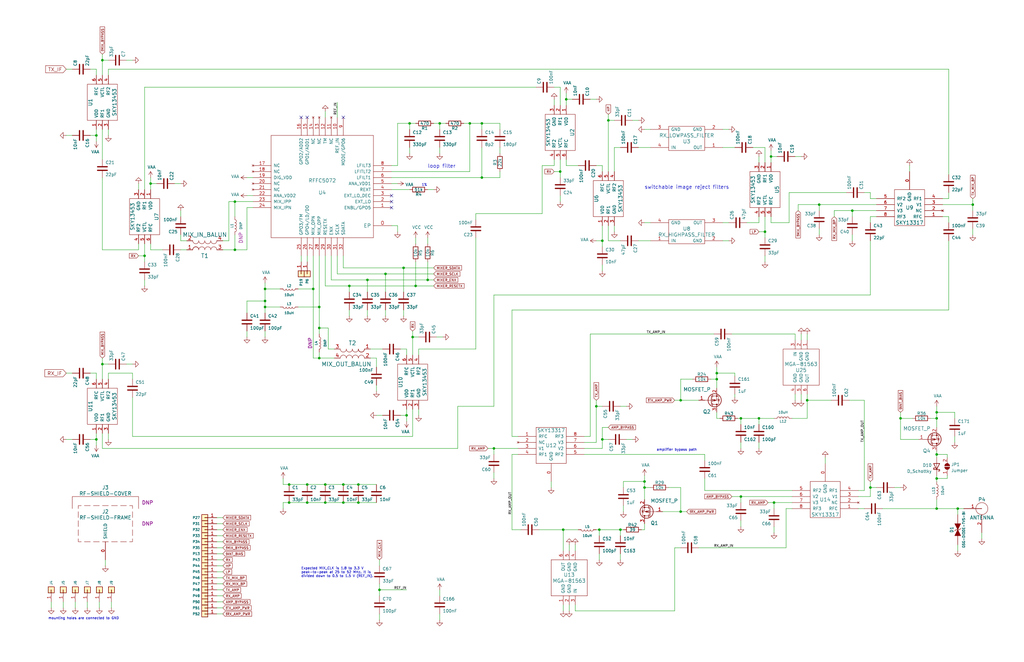
<source format=kicad_sch>
(kicad_sch (version 20211123) (generator eeschema)
  (paper "USLedger")
  (title_block (title "HackRF One") (date "2022-08-29") (rev "r9") (company "Copyright 2012-2022 Great Scott Gadgets") (comment 1 "Michael Ossmann") (comment 2 "Licensed under the CERN-OHL-P v2"))
  (junction (at 111.76 121.92))
  (junction (at 394.97 214.63))
  (junction (at 203.2 74.93))
  (junction (at 261.62 223.52))
  (junction (at 254 101.6))
  (junction (at 137.16 212.09))
  (junction (at 403.86 214.63))
  (junction (at 40.64 57.15))
  (junction (at 99.06 105.41))
  (junction (at 394.97 176.53))
  (junction (at 287.02 215.9))
  (junction (at 302.26 157.48))
  (junction (at 121.92 204.47))
  (junction (at 326.39 212.09))
  (junction (at 151.13 204.47))
  (junction (at 254 185.42))
  (junction (at 160.02 248.92))
  (junction (at 111.76 129.54))
  (junction (at 151.13 212.09))
  (junction (at 394.97 191.77))
  (junction (at 379.73 176.53))
  (junction (at 340.36 168.91))
  (junction (at 171.45 175.26))
  (junction (at 60.96 107.95))
  (junction (at 312.42 209.55))
  (junction (at 238.76 41.91))
  (junction (at 154.94 118.11))
  (junction (at 237.49 223.52))
  (junction (at 320.04 176.53))
  (junction (at 134.62 138.43))
  (junction (at 129.54 212.09))
  (junction (at 271.78 205.74))
  (junction (at 144.78 204.47))
  (junction (at 312.42 176.53))
  (junction (at 367.03 205.74))
  (junction (at 162.56 115.57))
  (junction (at 63.5 77.47))
  (junction (at 137.16 204.47))
  (junction (at 394.97 201.93))
  (junction (at 287.02 168.91))
  (junction (at 256.54 50.8))
  (junction (at 208.28 189.23))
  (junction (at 359.41 88.9))
  (junction (at 147.32 120.65))
  (junction (at 394.97 173.99))
  (junction (at 345.44 86.36))
  (junction (at 144.78 212.09))
  (junction (at 302.26 160.02))
  (junction (at 134.62 129.54))
  (junction (at 180.34 118.11))
  (junction (at 198.12 52.07))
  (junction (at 172.72 52.07))
  (junction (at 252.73 223.52))
  (junction (at 121.92 212.09))
  (junction (at 170.18 113.03))
  (junction (at 111.76 127))
  (junction (at 43.18 153.67))
  (junction (at 175.26 120.65))
  (junction (at 40.64 185.42))
  (junction (at 236.22 72.39))
  (junction (at 185.42 52.07))
  (junction (at 173.99 142.24))
  (junction (at 132.08 121.92))
  (junction (at 325.12 66.04))
  (junction (at 99.06 85.09))
  (junction (at 134.62 151.13))
  (junction (at 322.58 97.79))
  (junction (at 43.18 25.4))
  (junction (at 129.54 204.47))
  (junction (at 251.46 171.45))
  (junction (at 203.2 52.07))
  (junction (at 271.78 203.2))
  (junction (at 410.21 86.36))
  (no_connect (at 165.1 82.55))
  (no_connect (at 165.1 85.09))
  (no_connect (at 165.1 87.63))
  (no_connect (at 129.54 49.53))
  (no_connect (at 127 49.53))
  (no_connect (at 144.78 49.53))
  (wire (pts (xy 186.69 142.24) (xy 184.15 142.24)))
  (wire (pts (xy 129.54 204.47) (xy 137.16 204.47)))
  (wire (pts (xy 400.05 101.6) (xy 400.05 130.81)))
  (wire (pts (xy 139.7 118.11) (xy 154.94 118.11)))
  (wire (pts (xy 55.88 153.67) (xy 53.34 153.67)))
  (wire (pts (xy 173.99 142.24) (xy 173.99 149.86)))
  (wire (pts (xy 304.8 93.98) (xy 307.34 93.98)))
  (wire (pts (xy 27.94 57.15) (xy 30.48 57.15)))
  (wire (pts (xy 269.24 101.6) (xy 274.32 101.6)))
  (wire (pts (xy 383.54 69.85) (xy 383.54 72.39)))
  (wire (pts (xy 46.99 254) (xy 46.99 256.54)))
  (wire (pts (xy 312.42 212.09) (xy 312.42 209.55)))
  (wire (pts (xy 185.42 248.92) (xy 185.42 251.46)))
  (wire (pts (xy 394.97 173.99) (xy 394.97 176.53)))
  (wire (pts (xy 156.21 147.32) (xy 161.29 147.32)))
  (wire (pts (xy 331.47 214.63) (xy 334.01 214.63)))
  (wire (pts (xy 414.02 224.79) (xy 414.02 227.33)))
  (wire (pts (xy 367.03 91.44) (xy 369.57 91.44)))
  (wire (pts (xy 297.18 207.01) (xy 297.18 201.93)))
  (wire (pts (xy 111.76 121.92) (xy 111.76 127)))
  (wire (pts (xy 147.32 123.19) (xy 147.32 120.65)))
  (wire (pts (xy 312.42 176.53) (xy 320.04 176.53)))
  (wire (pts (xy 193.04 171.45) (xy 193.04 189.23)))
  (wire (pts (xy 91.44 231.14) (xy 93.98 231.14)))
  (wire (pts (xy 106.68 74.93) (xy 104.14 74.93)))
  (wire (pts (xy 400.05 130.81) (xy 215.9 130.81)))
  (wire (pts (xy 312.42 209.55) (xy 334.01 209.55)))
  (wire (pts (xy 322.58 68.58) (xy 322.58 62.23)))
  (wire (pts (xy 297.18 194.31) (xy 297.18 191.77)))
  (wire (pts (xy 147.32 133.35) (xy 147.32 130.81)))
  (wire (pts (xy 254 114.3) (xy 254 111.76)))
  (wire (pts (xy 237.49 223.52) (xy 243.84 223.52)))
  (wire (pts (xy 96.52 101.6) (xy 96.52 85.09)))
  (wire (pts (xy 60.96 107.95) (xy 60.96 110.49)))
  (wire (pts (xy 91.44 228.6) (xy 93.98 228.6)))
  (wire (pts (xy 261.62 101.6) (xy 256.54 101.6)))
  (wire (pts (xy 410.21 86.36) (xy 410.21 88.9)))
  (wire (pts (xy 154.94 133.35) (xy 154.94 130.81)))
  (wire (pts (xy 45.72 31.75) (xy 45.72 29.21)))
  (wire (pts (xy 185.42 54.61) (xy 185.42 52.07)))
  (wire (pts (xy 45.72 160.02) (xy 45.72 157.48)))
  (wire (pts (xy 121.92 212.09) (xy 129.54 212.09)))
  (wire (pts (xy 251.46 168.91) (xy 251.46 171.45)))
  (wire (pts (xy 262.89 203.2) (xy 262.89 205.74)))
  (wire (pts (xy 91.44 238.76) (xy 93.98 238.76)))
  (wire (pts (xy 176.53 149.86) (xy 176.53 147.32)))
  (wire (pts (xy 137.16 120.65) (xy 147.32 120.65)))
  (wire (pts (xy 326.39 212.09) (xy 334.01 212.09)))
  (wire (pts (xy 287.02 215.9) (xy 287.02 205.74)))
  (wire (pts (xy 302.26 160.02) (xy 299.72 160.02)))
  (wire (pts (xy 320.04 97.79) (xy 322.58 97.79)))
  (wire (pts (xy 176.53 147.32) (xy 200.66 147.32)))
  (wire (pts (xy 402.59 173.99) (xy 394.97 173.99)))
  (wire (pts (xy 175.26 100.33) (xy 175.26 102.87)))
  (wire (pts (xy 304.8 54.61) (xy 307.34 54.61)))
  (wire (pts (xy 331.47 231.14) (xy 331.47 214.63)))
  (wire (pts (xy 162.56 115.57) (xy 182.88 115.57)))
  (wire (pts (xy 172.72 64.77) (xy 172.72 62.23)))
  (wire (pts (xy 60.96 102.87) (xy 60.96 107.95)))
  (wire (pts (xy 158.75 175.26) (xy 161.29 175.26)))
  (wire (pts (xy 294.64 231.14) (xy 331.47 231.14)))
  (wire (pts (xy 104.14 127) (xy 104.14 132.08)))
  (wire (pts (xy 137.16 120.65) (xy 137.16 107.95)))
  (wire (pts (xy 359.41 101.6) (xy 359.41 99.06)))
  (wire (pts (xy 302.26 160.02) (xy 302.26 163.83)))
  (wire (pts (xy 340.36 176.53) (xy 334.01 176.53)))
  (wire (pts (xy 252.73 223.52) (xy 261.62 223.52)))
  (wire (pts (xy 334.01 207.01) (xy 297.18 207.01)))
  (wire (pts (xy 215.9 223.52) (xy 219.71 223.52)))
  (wire (pts (xy 144.78 212.09) (xy 151.13 212.09)))
  (wire (pts (xy 63.5 105.41) (xy 68.58 105.41)))
  (wire (pts (xy 287.02 160.02) (xy 287.02 168.91)))
  (wire (pts (xy 403.86 214.63) (xy 403.86 217.17)))
  (wire (pts (xy 173.99 184.15) (xy 55.88 184.15)))
  (wire (pts (xy 91.44 254) (xy 93.98 254)))
  (wire (pts (xy 171.45 175.26) (xy 171.45 177.8)))
  (wire (pts (xy 93.98 101.6) (xy 96.52 101.6)))
  (wire (pts (xy 138.43 138.43) (xy 134.62 138.43)))
  (wire (pts (xy 119.38 204.47) (xy 121.92 204.47)))
  (wire (pts (xy 91.44 246.38) (xy 93.98 246.38)))
  (wire (pts (xy 337.82 143.51) (xy 337.82 140.97)))
  (wire (pts (xy 251.46 223.52) (xy 252.73 223.52)))
  (wire (pts (xy 243.84 69.85) (xy 238.76 69.85)))
  (wire (pts (xy 63.5 74.93) (xy 63.5 77.47)))
  (wire (pts (xy 91.44 248.92) (xy 93.98 248.92)))
  (wire (pts (xy 55.88 25.4) (xy 53.34 25.4)))
  (wire (pts (xy 40.64 31.75) (xy 40.64 29.21)))
  (wire (pts (xy 262.89 215.9) (xy 262.89 213.36)))
  (wire (pts (xy 208.28 189.23) (xy 218.44 189.23)))
  (wire (pts (xy 45.72 25.4) (xy 43.18 25.4)))
  (wire (pts (xy 400.05 81.28) (xy 400.05 83.82)))
  (wire (pts (xy 58.42 107.95) (xy 60.96 107.95)))
  (wire (pts (xy 104.14 82.55) (xy 106.68 82.55)))
  (wire (pts (xy 160.02 238.76) (xy 160.02 236.22)))
  (wire (pts (xy 394.97 191.77) (xy 394.97 193.04)))
  (wire (pts (xy 364.49 207.01) (xy 361.95 207.01)))
  (wire (pts (xy 254 69.85) (xy 254 72.39)))
  (wire (pts (xy 142.24 115.57) (xy 162.56 115.57)))
  (wire (pts (xy 198.12 52.07) (xy 203.2 52.07)))
  (wire (pts (xy 162.56 133.35) (xy 162.56 130.81)))
  (wire (pts (xy 254 189.23) (xy 246.38 189.23)))
  (wire (pts (xy 40.64 57.15) (xy 40.64 59.69)))
  (wire (pts (xy 132.08 107.95) (xy 132.08 121.92)))
  (wire (pts (xy 40.64 29.21) (xy 38.1 29.21)))
  (wire (pts (xy 335.28 140.97) (xy 308.61 140.97)))
  (wire (pts (xy 394.97 200.66) (xy 394.97 201.93)))
  (wire (pts (xy 60.96 80.01) (xy 60.96 36.83)))
  (wire (pts (xy 144.78 204.47) (xy 151.13 204.47)))
  (wire (pts (xy 262.89 223.52) (xy 261.62 223.52)))
  (wire (pts (xy 91.44 241.3) (xy 93.98 241.3)))
  (wire (pts (xy 167.64 52.07) (xy 172.72 52.07)))
  (wire (pts (xy 307.34 101.6) (xy 304.8 101.6)))
  (wire (pts (xy 55.88 184.15) (xy 55.88 167.64)))
  (wire (pts (xy 137.16 204.47) (xy 144.78 204.47)))
  (wire (pts (xy 134.62 138.43) (xy 134.62 140.97)))
  (wire (pts (xy 21.59 254) (xy 21.59 256.54)))
  (wire (pts (xy 173.99 139.7) (xy 173.99 142.24)))
  (wire (pts (xy 195.58 52.07) (xy 198.12 52.07)))
  (wire (pts (xy 325.12 63.5) (xy 325.12 66.04)))
  (wire (pts (xy 144.78 113.03) (xy 170.18 113.03)))
  (wire (pts (xy 274.32 62.23) (xy 269.24 62.23)))
  (wire (pts (xy 125.73 121.92) (xy 132.08 121.92)))
  (wire (pts (xy 364.49 81.28) (xy 367.03 81.28)))
  (wire (pts (xy 147.32 120.65) (xy 175.26 120.65)))
  (wire (pts (xy 345.44 86.36) (xy 369.57 86.36)))
  (wire (pts (xy 91.44 233.68) (xy 93.98 233.68)))
  (wire (pts (xy 31.75 254) (xy 31.75 256.54)))
  (wire (pts (xy 91.44 243.84) (xy 93.98 243.84)))
  (wire (pts (xy 167.64 95.25) (xy 167.64 97.79)))
  (wire (pts (xy 203.2 52.07) (xy 210.82 52.07)))
  (wire (pts (xy 284.48 257.81) (xy 242.57 257.81)))
  (wire (pts (xy 91.44 259.08) (xy 93.98 259.08)))
  (wire (pts (xy 180.34 118.11) (xy 180.34 110.49)))
  (wire (pts (xy 351.79 91.44) (xy 351.79 88.9)))
  (wire (pts (xy 210.82 64.77) (xy 210.82 62.23)))
  (wire (pts (xy 246.38 184.15) (xy 248.92 184.15)))
  (wire (pts (xy 111.76 121.92) (xy 118.11 121.92)))
  (wire (pts (xy 99.06 85.09) (xy 106.68 85.09)))
  (wire (pts (xy 132.08 121.92) (xy 132.08 151.13)))
  (wire (pts (xy 379.73 176.53) (xy 379.73 185.42)))
  (wire (pts (xy 322.58 110.49) (xy 322.58 107.95)))
  (wire (pts (xy 111.76 127) (xy 111.76 129.54)))
  (wire (pts (xy 134.62 107.95) (xy 134.62 129.54)))
  (wire (pts (xy 205.74 189.23) (xy 208.28 189.23)))
  (wire (pts (xy 326.39 214.63) (xy 326.39 212.09)))
  (wire (pts (xy 326.39 224.79) (xy 326.39 222.25)))
  (wire (pts (xy 104.14 87.63) (xy 104.14 105.41)))
  (wire (pts (xy 91.44 256.54) (xy 93.98 256.54)))
  (wire (pts (xy 158.75 154.94) (xy 158.75 151.13)))
  (wire (pts (xy 261.62 223.52) (xy 261.62 226.06)))
  (wire (pts (xy 252.73 226.06) (xy 252.73 223.52)))
  (wire (pts (xy 254 101.6) (xy 254 104.14)))
  (wire (pts (xy 233.68 72.39) (xy 236.22 72.39)))
  (wire (pts (xy 254 180.34) (xy 254 185.42)))
  (wire (pts (xy 309.88 158.75) (xy 309.88 157.48)))
  (wire (pts (xy 193.04 189.23) (xy 43.18 189.23)))
  (wire (pts (xy 248.92 140.97) (xy 248.92 184.15)))
  (wire (pts (xy 160.02 248.92) (xy 160.02 251.46)))
  (wire (pts (xy 91.44 236.22) (xy 93.98 236.22)))
  (wire (pts (xy 119.38 204.47) (xy 119.38 201.93)))
  (wire (pts (xy 218.44 184.15) (xy 215.9 184.15)))
  (wire (pts (xy 63.5 102.87) (xy 63.5 105.41)))
  (wire (pts (xy 284.48 168.91) (xy 287.02 168.91)))
  (wire (pts (xy 237.49 232.41) (xy 237.49 223.52)))
  (wire (pts (xy 320.04 176.53) (xy 326.39 176.53)))
  (wire (pts (xy 402.59 186.69) (xy 402.59 184.15)))
  (wire (pts (xy 44.45 236.22) (xy 44.45 238.76)))
  (wire (pts (xy 172.72 80.01) (xy 165.1 80.01)))
  (wire (pts (xy 121.92 204.47) (xy 129.54 204.47)))
  (wire (pts (xy 118.11 129.54) (xy 111.76 129.54)))
  (wire (pts (xy 400.05 29.21) (xy 400.05 73.66)))
  (wire (pts (xy 314.96 93.98) (xy 320.04 93.98)))
  (wire (pts (xy 91.44 220.98) (xy 93.98 220.98)))
  (wire (pts (xy 76.2 77.47) (xy 73.66 77.47)))
  (wire (pts (xy 185.42 259.08) (xy 185.42 261.62)))
  (wire (pts (xy 284.48 257.81) (xy 284.48 231.14)))
  (wire (pts (xy 367.03 203.2) (xy 367.03 205.74)))
  (wire (pts (xy 27.94 29.21) (xy 30.48 29.21)))
  (wire (pts (xy 397.51 91.44) (xy 400.05 91.44)))
  (wire (pts (xy 208.28 171.45) (xy 208.28 124.46)))
  (wire (pts (xy 320.04 189.23) (xy 320.04 186.69)))
  (wire (pts (xy 160.02 246.38) (xy 160.02 248.92)))
  (wire (pts (xy 335.28 143.51) (xy 335.28 140.97)))
  (wire (pts (xy 175.26 120.65) (xy 175.26 110.49)))
  (wire (pts (xy 55.88 157.48) (xy 55.88 160.02)))
  (wire (pts (xy 111.76 129.54) (xy 111.76 132.08)))
  (wire (pts (xy 58.42 105.41) (xy 43.18 105.41)))
  (wire (pts (xy 43.18 151.13) (xy 43.18 153.67)))
  (wire (pts (xy 227.33 223.52) (xy 237.49 223.52)))
  (wire (pts (xy 27.94 157.48) (xy 30.48 157.48)))
  (wire (pts (xy 256.54 185.42) (xy 254 185.42)))
  (wire (pts (xy 111.76 119.38) (xy 111.76 121.92)))
  (wire (pts (xy 237.49 257.81) (xy 237.49 255.27)))
  (wire (pts (xy 251.46 69.85) (xy 254 69.85)))
  (wire (pts (xy 137.16 46.99) (xy 137.16 49.53)))
  (wire (pts (xy 26.67 254) (xy 26.67 256.54)))
  (wire (pts (xy 170.18 133.35) (xy 170.18 130.81)))
  (wire (pts (xy 320.04 66.04) (xy 320.04 68.58)))
  (wire (pts (xy 251.46 186.69) (xy 246.38 186.69)))
  (wire (pts (xy 271.78 223.52) (xy 271.78 220.98)))
  (wire (pts (xy 302.26 157.48) (xy 302.26 160.02)))
  (wire (pts (xy 99.06 91.44) (xy 99.06 85.09)))
  (wire (pts (xy 240.03 229.87) (xy 240.03 232.41)))
  (wire (pts (xy 165.1 72.39) (xy 198.12 72.39)))
  (wire (pts (xy 367.03 83.82) (xy 369.57 83.82)))
  (wire (pts (xy 345.44 99.06) (xy 345.44 96.52)))
  (wire (pts (xy 400.05 91.44) (xy 400.05 93.98)))
  (wire (pts (xy 351.79 88.9) (xy 359.41 88.9)))
  (wire (pts (xy 261.62 236.22) (xy 261.62 233.68)))
  (wire (pts (xy 91.44 223.52) (xy 93.98 223.52)))
  (wire (pts (xy 332.74 81.28) (xy 356.87 81.28)))
  (wire (pts (xy 125.73 129.54) (xy 134.62 129.54)))
  (wire (pts (xy 63.5 77.47) (xy 63.5 80.01)))
  (wire (pts (xy 358.14 168.91) (xy 364.49 168.91)))
  (wire (pts (xy 200.66 147.32) (xy 200.66 100.33)))
  (wire (pts (xy 167.64 77.47) (xy 165.1 77.47)))
  (wire (pts (xy 208.28 191.77) (xy 208.28 189.23)))
  (wire (pts (xy 359.41 88.9) (xy 369.57 88.9)))
  (wire (pts (xy 240.03 257.81) (xy 240.03 255.27)))
  (wire (pts (xy 369.57 205.74) (xy 367.03 205.74)))
  (wire (pts (xy 154.94 123.19) (xy 154.94 118.11)))
  (wire (pts (xy 271.78 205.74) (xy 271.78 210.82)))
  (wire (pts (xy 176.53 175.26) (xy 176.53 172.72)))
  (wire (pts (xy 40.64 182.88) (xy 40.64 185.42)))
  (wire (pts (xy 168.91 175.26) (xy 171.45 175.26)))
  (wire (pts (xy 160.02 248.92) (xy 171.45 248.92)))
  (wire (pts (xy 403.86 214.63) (xy 406.4 214.63)))
  (wire (pts (xy 165.1 74.93) (xy 203.2 74.93)))
  (wire (pts (xy 312.42 176.53) (xy 312.42 179.07)))
  (wire (pts (xy 264.16 171.45) (xy 261.62 171.45)))
  (wire (pts (xy 312.42 189.23) (xy 312.42 186.69)))
  (wire (pts (xy 236.22 44.45) (xy 236.22 36.83)))
  (wire (pts (xy 335.28 166.37) (xy 335.28 168.91)))
  (wire (pts (xy 38.1 57.15) (xy 40.64 57.15)))
  (wire (pts (xy 394.97 191.77) (xy 399.415 191.77)))
  (wire (pts (xy 171.45 147.32) (xy 171.45 149.86)))
  (wire (pts (xy 104.14 142.24) (xy 104.14 139.7)))
  (wire (pts (xy 259.08 50.8) (xy 256.54 50.8)))
  (wire (pts (xy 36.83 254) (xy 36.83 256.54)))
  (wire (pts (xy 43.18 25.4) (xy 43.18 31.75)))
  (wire (pts (xy 45.72 182.88) (xy 45.72 185.42)))
  (wire (pts (xy 43.18 189.23) (xy 43.18 182.88)))
  (wire (pts (xy 228.6 90.17) (xy 228.6 69.85)))
  (wire (pts (xy 76.2 105.41) (xy 78.74 105.41)))
  (wire (pts (xy 271.78 203.2) (xy 271.78 205.74)))
  (wire (pts (xy 170.18 123.19) (xy 170.18 113.03)))
  (wire (pts (xy 165.1 95.25) (xy 167.64 95.25)))
  (wire (pts (xy 402.59 176.53) (xy 402.59 173.99)))
  (wire (pts (xy 309.88 167.64) (xy 309.88 166.37)))
  (wire (pts (xy 394.97 171.45) (xy 394.97 173.99)))
  (wire (pts (xy 410.21 83.82) (xy 410.21 86.36)))
  (wire (pts (xy 119.38 212.09) (xy 121.92 212.09)))
  (wire (pts (xy 397.51 86.36) (xy 410.21 86.36)))
  (wire (pts (xy 367.03 124.46) (xy 367.03 101.6)))
  (wire (pts (xy 361.95 214.63) (xy 364.49 214.63)))
  (wire (pts (xy 119.38 212.09) (xy 119.38 214.63)))
  (wire (pts (xy 139.7 118.11) (xy 139.7 107.95)))
  (wire (pts (xy 236.22 67.31) (xy 236.22 72.39)))
  (wire (pts (xy 367.03 81.28) (xy 367.03 83.82)))
  (wire (pts (xy 302.26 173.99) (xy 302.26 176.53)))
  (wire (pts (xy 91.44 226.06) (xy 93.98 226.06)))
  (wire (pts (xy 320.04 93.98) (xy 320.04 91.44)))
  (wire (pts (xy 336.55 88.9) (xy 336.55 86.36)))
  (wire (pts (xy 203.2 52.07) (xy 203.2 54.61)))
  (wire (pts (xy 287.02 215.9) (xy 289.56 215.9)))
  (wire (pts (xy 312.42 222.25) (xy 312.42 219.71)))
  (wire (pts (xy 350.52 168.91) (xy 340.36 168.91)))
  (wire (pts (xy 266.7 185.42) (xy 264.16 185.42)))
  (wire (pts (xy 228.6 69.85) (xy 233.68 69.85)))
  (wire (pts (xy 60.96 120.65) (xy 60.96 118.11)))
  (wire (pts (xy 91.44 251.46) (xy 93.98 251.46)))
  (wire (pts (xy 198.12 72.39) (xy 198.12 52.07)))
  (wire (pts (xy 345.44 88.9) (xy 345.44 86.36)))
  (wire (pts (xy 236.22 72.39) (xy 236.22 74.93)))
  (wire (pts (xy 236.22 85.09) (xy 236.22 82.55)))
  (wire (pts (xy 359.41 91.44) (xy 359.41 88.9)))
  (wire (pts (xy 332.74 93.98) (xy 325.12 93.98)))
  (wire (pts (xy 297.18 191.77) (xy 246.38 191.77)))
  (wire (pts (xy 154.94 118.11) (xy 180.34 118.11)))
  (wire (pts (xy 41.91 254) (xy 41.91 256.54)))
  (wire (pts (xy 200.66 90.17) (xy 228.6 90.17)))
  (wire (pts (xy 78.74 101.6) (xy 76.2 101.6)))
  (wire (pts (xy 302.26 176.53) (xy 303.53 176.53)))
  (wire (pts (xy 367.03 209.55) (xy 361.95 209.55)))
  (wire (pts (xy 394.97 176.53) (xy 392.43 176.53)))
  (wire (pts (xy 200.66 92.71) (xy 200.66 90.17)))
  (wire (pts (xy 367.03 93.98) (xy 367.03 91.44)))
  (wire (pts (xy 176.53 142.24) (xy 173.99 142.24)))
  (wire (pts (xy 379.73 185.42) (xy 387.35 185.42)))
  (wire (pts (xy 233.68 69.85) (xy 233.68 67.31)))
  (wire (pts (xy 60.96 36.83) (xy 226.06 36.83)))
  (wire (pts (xy 322.58 97.79) (xy 322.58 100.33)))
  (wire (pts (xy 215.9 130.81) (xy 215.9 184.15)))
  (wire (pts (xy 287.02 205.74) (xy 281.94 205.74)))
  (wire (pts (xy 134.62 148.59) (xy 134.62 151.13)))
  (wire (pts (xy 340.36 166.37) (xy 340.36 168.91)))
  (wire (pts (xy 322.58 62.23) (xy 317.5 62.23)))
  (wire (pts (xy 292.1 160.02) (xy 287.02 160.02)))
  (wire (pts (xy 134.62 129.54) (xy 134.62 138.43)))
  (wire (pts (xy 43.18 67.31) (xy 43.18 54.61)))
  (wire (pts (xy 172.72 52.07) (xy 175.26 52.07)))
  (wire (pts (xy 271.78 200.66) (xy 271.78 203.2)))
  (wire (pts (xy 287.02 168.91) (xy 294.64 168.91)))
  (wire (pts (xy 394.97 190.5) (xy 394.97 191.77)))
  (wire (pts (xy 58.42 77.47) (xy 58.42 80.01)))
  (wire (pts (xy 242.57 257.81) (xy 242.57 255.27)))
  (wire (pts (xy 170.18 113.03) (xy 182.88 113.03)))
  (wire (pts (xy 185.42 64.77) (xy 185.42 62.23)))
  (wire (pts (xy 323.85 212.09) (xy 326.39 212.09)))
  (wire (pts (xy 38.1 185.42) (xy 40.64 185.42)))
  (wire (pts (xy 182.88 52.07) (xy 185.42 52.07)))
  (wire (pts (xy 269.24 50.8) (xy 266.7 50.8)))
  (wire (pts (xy 308.61 209.55) (xy 312.42 209.55)))
  (wire (pts (xy 66.04 77.47) (xy 63.5 77.47)))
  (wire (pts (xy 394.97 214.63) (xy 403.86 214.63)))
  (wire (pts (xy 185.42 52.07) (xy 187.96 52.07)))
  (wire (pts (xy 208.28 201.93) (xy 208.28 199.39)))
  (wire (pts (xy 394.97 176.53) (xy 394.97 180.34)))
  (wire (pts (xy 218.44 191.77) (xy 215.9 191.77)))
  (wire (pts (xy 40.64 185.42) (xy 40.64 187.96)))
  (wire (pts (xy 175.26 120.65) (xy 182.88 120.65)))
  (wire (pts (xy 208.28 124.46) (xy 367.03 124.46)))
  (wire (pts (xy 162.56 123.19) (xy 162.56 115.57)))
  (wire (pts (xy 320.04 179.07) (xy 320.04 176.53)))
  (wire (pts (xy 127 107.95) (xy 127 110.49)))
  (wire (pts (xy 38.1 157.48) (xy 40.64 157.48)))
  (wire (pts (xy 340.36 168.91) (xy 340.36 176.53)))
  (wire (pts (xy 138.43 147.32) (xy 140.97 147.32)))
  (wire (pts (xy 364.49 168.91) (xy 364.49 207.01)))
  (wire (pts (xy 76.2 101.6) (xy 76.2 99.06)))
  (wire (pts (xy 106.68 87.63) (xy 104.14 87.63)))
  (wire (pts (xy 379.73 173.99) (xy 379.73 176.53)))
  (wire (pts (xy 302.26 154.94) (xy 302.26 157.48)))
  (wire (pts (xy 399.415 201.93) (xy 399.415 200.66)))
  (wire (pts (xy 129.54 110.49) (xy 129.54 107.95)))
  (wire (pts (xy 394.97 201.93) (xy 394.97 203.2)))
  (wire (pts (xy 137.16 212.09) (xy 144.78 212.09)))
  (wire (pts (xy 91.44 218.44) (xy 93.98 218.44)))
  (wire (pts (xy 256.54 50.8) (xy 256.54 72.39)))
  (wire (pts (xy 271.78 54.61) (xy 274.32 54.61)))
  (wire (pts (xy 215.9 191.77) (xy 215.9 223.52)))
  (wire (pts (xy 312.42 176.53) (xy 311.15 176.53)))
  (wire (pts (xy 134.62 151.13) (xy 140.97 151.13)))
  (wire (pts (xy 43.18 22.86) (xy 43.18 25.4)))
  (wire (pts (xy 27.94 185.42) (xy 30.48 185.42)))
  (wire (pts (xy 337.82 66.04) (xy 335.28 66.04)))
  (wire (pts (xy 279.4 215.9) (xy 287.02 215.9)))
  (wire (pts (xy 203.2 74.93) (xy 210.82 74.93)))
  (wire (pts (xy 309.88 157.48) (xy 302.26 157.48)))
  (wire (pts (xy 76.2 88.9) (xy 76.2 91.44)))
  (wire (pts (xy 251.46 171.45) (xy 251.46 186.69)))
  (wire (pts (xy 259.08 97.79) (xy 259.08 95.25)))
  (wire (pts (xy 43.18 74.93) (xy 43.18 105.41)))
  (wire (pts (xy 325.12 66.04) (xy 325.12 68.58)))
  (wire (pts (xy 142.24 43.18) (xy 142.24 49.53)))
  (wire (pts (xy 158.75 165.1) (xy 158.75 162.56)))
  (wire (pts (xy 236.22 36.83) (xy 233.68 36.83)))
  (wire (pts (xy 394.97 210.82) (xy 394.97 214.63)))
  (wire (pts (xy 180.34 118.11) (xy 182.88 118.11)))
  (wire (pts (xy 394.97 201.93) (xy 399.415 201.93)))
  (wire (pts (xy 340.36 140.97) (xy 340.36 143.51)))
  (wire (pts (xy 384.81 176.53) (xy 379.73 176.53)))
  (wire (pts (xy 337.82 168.91) (xy 337.82 166.37)))
  (wire (pts (xy 158.75 151.13) (xy 156.21 151.13)))
  (wire (pts (xy 327.66 66.04) (xy 325.12 66.04)))
  (wire (pts (xy 332.74 93.98) (xy 332.74 81.28)))
  (wire (pts (xy 271.78 93.98) (xy 274.32 93.98)))
  (wire (pts (xy 111.76 142.24) (xy 111.76 139.7)))
  (wire (pts (xy 167.64 69.85) (xy 167.64 52.07)))
  (wire (pts (xy 254 95.25) (xy 254 101.6)))
  (wire (pts (xy 45.72 157.48) (xy 55.88 157.48)))
  (wire (pts (xy 142.24 115.57) (xy 142.24 107.95)))
  (wire (pts (xy 251.46 41.91) (xy 248.92 41.91)))
  (wire (pts (xy 182.88 80.01) (xy 180.34 80.01)))
  (wire (pts (xy 132.08 151.13) (xy 134.62 151.13)))
  (wire (pts (xy 400.05 83.82) (xy 397.51 83.82)))
  (wire (pts (xy 171.45 172.72) (xy 171.45 175.26)))
  (wire (pts (xy 58.42 102.87) (xy 58.42 105.41)))
  (wire (pts (xy 367.03 205.74) (xy 367.03 209.55)))
  (wire (pts (xy 45.72 153.67) (xy 43.18 153.67)))
  (wire (pts (xy 262.89 203.2) (xy 271.78 203.2)))
  (wire (pts (xy 322.58 91.44) (xy 322.58 97.79)))
  (wire (pts (xy 99.06 105.41) (xy 93.98 105.41)))
  (wire (pts (xy 233.68 41.91) (xy 233.68 44.45)))
  (wire (pts (xy 252.73 236.22) (xy 252.73 233.68)))
  (wire (pts (xy 238.76 41.91) (xy 238.76 44.45)))
  (wire (pts (xy 99.06 99.06) (xy 99.06 105.41)))
  (wire (pts (xy 261.62 62.23) (xy 259.08 62.23)))
  (wire (pts (xy 256.54 101.6) (xy 256.54 95.25)))
  (wire (pts (xy 251.46 101.6) (xy 254 101.6)))
  (wire (pts (xy 347.98 193.04) (xy 347.98 195.58)))
  (wire (pts (xy 172.72 54.61) (xy 172.72 52.07)))
  (wire (pts (xy 379.73 205.74) (xy 377.19 205.74)))
  (wire (pts (xy 40.64 157.48) (xy 40.64 160.02)))
  (wire (pts (xy 210.82 52.07) (xy 210.82 54.61)))
  (wire (pts (xy 168.91 147.32) (xy 171.45 147.32)))
  (wire (pts (xy 284.48 231.14) (xy 287.02 231.14)))
  (wire (pts (xy 173.99 172.72) (xy 173.99 184.15)))
  (wire (pts (xy 259.08 62.23) (xy 259.08 72.39)))
  (wire (pts (xy 270.51 223.52) (xy 271.78 223.52)))
  (wire (pts (xy 144.78 113.03) (xy 144.78 107.95)))
  (wire (pts (xy 403.86 232.41) (xy 403.86 229.87)))
  (wire (pts (xy 203.2 62.23) (xy 203.2 74.93)))
  (wire (pts (xy 45.72 29.21) (xy 400.05 29.21)))
  (wire (pts (xy 372.11 214.63) (xy 394.97 214.63)))
  (wire (pts (xy 300.99 140.97) (xy 248.92 140.97)))
  (wire (pts (xy 254 171.45) (xy 251.46 171.45)))
  (wire (pts (xy 208.28 171.45) (xy 193.04 171.45)))
  (wire (pts (xy 151.13 212.09) (xy 158.75 212.09)))
  (wire (pts (xy 325.12 93.98) (xy 325.12 91.44)))
  (wire (pts (xy 309.88 62.23) (xy 304.8 62.23)))
  (wire (pts (xy 242.57 229.87) (xy 242.57 232.41)))
  (wire (pts (xy 238.76 69.85) (xy 238.76 67.31)))
  (wire (pts (xy 151.13 204.47) (xy 158.75 204.47)))
  (wire (pts (xy 410.21 99.06) (xy 410.21 96.52)))
  (wire (pts (xy 271.78 205.74) (xy 274.32 205.74)))
  (wire (pts (xy 238.76 39.37) (xy 238.76 41.91)))
  (wire (pts (xy 256.54 180.34) (xy 254 180.34)))
  (wire (pts (xy 40.64 54.61) (xy 40.64 57.15)))
  (wire (pts (xy 43.18 153.67) (xy 43.18 160.02)))
  (wire (pts (xy 210.82 74.93) (xy 210.82 72.39)))
  (wire (pts (xy 45.72 57.15) (xy 45.72 54.61)))
  (wire (pts (xy 160.02 261.62) (xy 160.02 259.08)))
  (wire (pts (xy 336.55 86.36) (xy 345.44 86.36)))
  (wire (pts (xy 96.52 85.09) (xy 99.06 85.09)))
  (wire (pts (xy 165.1 69.85) (xy 167.64 69.85)))
  (wire (pts (xy 129.54 212.09) (xy 137.16 212.09)))
  (wire (pts (xy 138.43 147.32) (xy 138.43 138.43)))
  (wire (pts (xy 180.34 100.33) (xy 180.34 102.87)))
  (wire (pts (xy 254 185.42) (xy 254 189.23)))
  (wire (pts (xy 241.3 41.91) (xy 238.76 41.91)))
  (wire (pts (xy 104.14 105.41) (xy 99.06 105.41)))
  (wire (pts (xy 111.76 127) (xy 104.14 127)))
  (wire (pts (xy 256.54 48.26) (xy 256.54 50.8)))
  (wire (pts (xy 399.415 191.77) (xy 399.415 193.04)))
  (wire (pts (xy 232.41 205.74) (xy 232.41 203.2)))
  (text "mounting holes are connected to GND" (at 20.32 261.62 0) (effects (font (size 1.016 1.016)) (justify left bottom)))
  (text "Expected MIX_CLK is 1.8 to 3.3 V\npeak-to-peak at 25 to 52 MHz. It is\ndivided down to 0.5 to 1.5 V (REF_IN)." (at 127 243.84 0) (effects (font (size 1.016 1.016)) (justify left bottom)))
  (text "switchable image reject filters" (at 271.78 80.01 0) (effects (font (size 1.524 1.524)) (justify left bottom)))
  (text "1%" (at 177.8 78.74 0) (effects (font (size 1.016 1.016)) (justify left bottom)))
  (text "amplifier bypass path" (at 276.86 190.5 0) (effects (font (size 1.016 1.016)) (justify left bottom)))
  (text "loop filter" (at 180.34 71.12 0) (effects (font (size 1.524 1.524)) (justify left bottom)))
  (label "TX_AMP_OUT" (at 364.49 186.69 90) (effects (font (size 1.016 1.016))))
  (label "REF_IN" (at 171.45 248.92 180) (effects (font (size 1.016 1.016))))
  (label "TX_AMP_IN" (at 280.67 140.97 180) (effects (font (size 1.016 1.016))))
  (label "REF_IN" (at 142.24 43.18 270) (effects (font (size 1.016 1.016))))
  (label "RX_AMP_OUT" (at 215.9 217.17 90) (effects (font (size 1.016 1.016))))
  (label "RX_AMP_IN" (at 300.99 231.14 0) (effects (font (size 1.016 1.016))))
  (global_label "RX_AMP" (shape input) (at 93.98 251.46 0) (effects (font (size 1.016 1.016))) (property "Intersheet References" "${INTERSHEET_REFS}" (effects hide)))
  (global_label "TX_MIX_BP" (shape input) (at 93.98 243.84 0) (effects (font (size 1.016 1.016))) (property "Intersheet References" "${INTERSHEET_REFS}" (effects hide)))
  (global_label "!TX_AMP_PWR" (shape input) (at 284.48 168.91 180) (effects (font (size 1.016 1.016))) (property "Intersheet References" "${INTERSHEET_REFS}" (effects hide)))
  (global_label "AMP_BYPASS" (shape input) (at 93.98 254 0) (effects (font (size 1.016 1.016))) (property "Intersheet References" "${INTERSHEET_REFS}" (effects hide)))
  (global_label "RX" (shape input) (at 93.98 236.22 0) (effects (font (size 1.016 1.016))) (property "Intersheet References" "${INTERSHEET_REFS}" (effects hide)))
  (global_label "MIXER_SCLK" (shape input) (at 182.88 115.57 0) (effects (font (size 1.016 1.016))) (property "Intersheet References" "${INTERSHEET_REFS}" (effects hide)))
  (global_label "HP" (shape input) (at 93.98 238.76 0) (effects (font (size 1.016 1.016))) (property "Intersheet References" "${INTERSHEET_REFS}" (effects hide)))
  (global_label "RX" (shape input) (at 233.68 72.39 180) (effects (font (size 1.016 1.016))) (property "Intersheet References" "${INTERSHEET_REFS}" (effects hide)))
  (global_label "HP" (shape input) (at 256.54 48.26 90) (effects (font (size 1.016 1.016))) (property "Intersheet References" "${INTERSHEET_REFS}" (effects hide)))
  (global_label "RX_MIX_BP" (shape input) (at 351.79 91.44 270) (effects (font (size 1.016 1.016))) (property "Intersheet References" "${INTERSHEET_REFS}" (effects hide)))
  (global_label "LP" (shape input) (at 320.04 97.79 180) (effects (font (size 1.016 1.016))) (property "Intersheet References" "${INTERSHEET_REFS}" (effects hide)))
  (global_label "!ANT_BIAS" (shape input) (at 93.98 233.68 0) (effects (font (size 1.016 1.016))) (property "Intersheet References" "${INTERSHEET_REFS}" (effects hide)))
  (global_label "TX_IF" (shape input) (at 27.94 29.21 180) (effects (font (size 1.524 1.524))) (property "Intersheet References" "${INTERSHEET_REFS}" (effects hide)))
  (global_label "MIXER_RESETX" (shape input) (at 182.88 120.65 0) (effects (font (size 1.016 1.016))) (property "Intersheet References" "${INTERSHEET_REFS}" (effects hide)))
  (global_label "MIXER_SCLK" (shape input) (at 93.98 220.98 0) (effects (font (size 1.016 1.016))) (property "Intersheet References" "${INTERSHEET_REFS}" (effects hide)))
  (global_label "!MIX_BYPASS" (shape input) (at 336.55 88.9 270) (effects (font (size 1.016 1.016))) (property "Intersheet References" "${INTERSHEET_REFS}" (effects hide)))
  (global_label "AMP_BYPASS" (shape input) (at 256.54 180.34 0) (effects (font (size 1.016 1.016))) (property "Intersheet References" "${INTERSHEET_REFS}" (effects hide)))
  (global_label "MIX_BYPASS" (shape input) (at 93.98 228.6 0) (effects (font (size 1.016 1.016))) (property "Intersheet References" "${INTERSHEET_REFS}" (effects hide)))
  (global_label "RX_AMP" (shape input) (at 205.74 189.23 180) (effects (font (size 1.016 1.016))) (property "Intersheet References" "${INTERSHEET_REFS}" (effects hide)))
  (global_label "RX" (shape input) (at 58.42 107.95 180) (effects (font (size 1.016 1.016))) (property "Intersheet References" "${INTERSHEET_REFS}" (effects hide)))
  (global_label "!RX_AMP_PWR" (shape input) (at 93.98 259.08 0) (effects (font (size 1.016 1.016))) (property "Intersheet References" "${INTERSHEET_REFS}" (effects hide)))
  (global_label "!TX_AMP_PWR" (shape input) (at 93.98 256.54 0) (effects (font (size 1.016 1.016))) (property "Intersheet References" "${INTERSHEET_REFS}" (effects hide)))
  (global_label "MIX_CLK" (shape input) (at 160.02 236.22 90) (effects (font (size 1.016 1.016))) (property "Intersheet References" "${INTERSHEET_REFS}" (effects hide)))
  (global_label "RX_IF" (shape input) (at 27.94 157.48 180) (effects (font (size 1.524 1.524))) (property "Intersheet References" "${INTERSHEET_REFS}" (effects hide)))
  (global_label "TX_AMP" (shape input) (at 251.46 168.91 90) (effects (font (size 1.016 1.016))) (property "Intersheet References" "${INTERSHEET_REFS}" (effects hide)))
  (global_label "MIXER_ENX" (shape input) (at 93.98 223.52 0) (effects (font (size 1.016 1.016))) (property "Intersheet References" "${INTERSHEET_REFS}" (effects hide)))
  (global_label "MIXER_RESETX" (shape input) (at 93.98 226.06 0) (effects (font (size 1.016 1.016))) (property "Intersheet References" "${INTERSHEET_REFS}" (effects hide)))
  (global_label "LP" (shape input) (at 93.98 241.3 0) (effects (font (size 1.016 1.016))) (property "Intersheet References" "${INTERSHEET_REFS}" (effects hide)))
  (global_label "AMP_BYPASS" (shape input) (at 308.61 209.55 180) (effects (font (size 1.016 1.016))) (property "Intersheet References" "${INTERSHEET_REFS}" (effects hide)))
  (global_label "MIX_BYPASS" (shape input) (at 43.18 151.13 90) (effects (font (size 1.016 1.016))) (property "Intersheet References" "${INTERSHEET_REFS}" (effects hide)))
  (global_label "MIXER_SDATA" (shape input) (at 182.88 113.03 0) (effects (font (size 1.016 1.016))) (property "Intersheet References" "${INTERSHEET_REFS}" (effects hide)))
  (global_label "TX_AMP" (shape input) (at 93.98 248.92 0) (effects (font (size 1.016 1.016))) (property "Intersheet References" "${INTERSHEET_REFS}" (effects hide)))
  (global_label "MIXER_SDATA" (shape input) (at 93.98 218.44 0) (effects (font (size 1.016 1.016))) (property "Intersheet References" "${INTERSHEET_REFS}" (effects hide)))
  (global_label "TX_AMP" (shape input) (at 367.03 203.2 90) (effects (font (size 1.016 1.016))) (property "Intersheet References" "${INTERSHEET_REFS}" (effects hide)))
  (global_label "!ANT_BIAS" (shape input) (at 379.73 173.99 90) (effects (font (size 1.016 1.016))) (property "Intersheet References" "${INTERSHEET_REFS}" (effects hide)))
  (global_label "!MIX_BYPASS" (shape input) (at 43.18 22.86 90) (effects (font (size 1.016 1.016))) (property "Intersheet References" "${INTERSHEET_REFS}" (effects hide)))
  (global_label "!MIX_BYPASS" (shape input) (at 93.98 231.14 0) (effects (font (size 1.016 1.016))) (property "Intersheet References" "${INTERSHEET_REFS}" (effects hide)))
  (global_label "!RX_AMP_PWR" (shape input) (at 289.56 215.9 0) (effects (font (size 1.016 1.016))) (property "Intersheet References" "${INTERSHEET_REFS}" (effects hide)))
  (global_label "TX_MIX_BP" (shape input) (at 410.21 83.82 90) (effects (font (size 1.016 1.016))) (property "Intersheet References" "${INTERSHEET_REFS}" (effects hide)))
  (global_label "RX_MIX_BP" (shape input) (at 93.98 246.38 0) (effects (font (size 1.016 1.016))) (property "Intersheet References" "${INTERSHEET_REFS}" (effects hide)))
  (global_label "RX" (shape input) (at 173.99 139.7 90) (effects (font (size 1.016 1.016))) (property "Intersheet References" "${INTERSHEET_REFS}" (effects hide)))
  (global_label "MIXER_ENX" (shape input) (at 182.88 118.11 0) (effects (font (size 1.016 1.016))) (property "Intersheet References" "${INTERSHEET_REFS}" (effects hide)))
  (global_label "RX_AMP" (shape input) (at 323.85 212.09 180) (effects (font (size 1.016 1.016))) (property "Intersheet References" "${INTERSHEET_REFS}" (effects hide)))
  (symbol (lib_id "hackrf:GSG-RF-CONN") (at 414.02 214.63 0) (mirror y) (unit 1)
    (property "Reference" "P4" (at 414.02 210.82 0) (effects (font (size 1.524 1.524))))
    (property "Value" "ANTENNA" (at 414.02 218.44 0) (effects (font (size 1.524 1.524))))
    (property "Footprint" "hackrf:GSG-SMA-73251-2120" (effects hide))
    (property "Manufacturer" "Molex" (effects hide))
    (property "Part Number" "73251-2121" (effects hide))
    (property "Description" "CONN SMA JACK 50 OHM EDGE MNT W/JAM NUT & LOCK WASHER" (effects hide))
  )
  (symbol (lib_id "hackrf:FIL-DEA") (at 289.56 97.79 0) (unit 1)
    (property "Reference" "U8" (at 289.56 96.52 0) (effects (font (size 1.524 1.524))))
    (property "Value" "RX_HIGHPASS_FILTER" (at 289.56 99.06 0) (effects (font (size 1.524 1.524))))
    (property "Footprint" "hackrf:GSG-HP-DEA" (effects hide))
    (property "Manufacturer" "TDK" (effects hide))
    (property "Part Number" "DEA162400HT-8004B1" (effects hide))
    (property "Description" "FILTER HIGHPASS WLAN&BLUETOOTH" (effects hide))
  )
  (symbol (lib_id "hackrf:FIL-LP0603") (at 289.56 58.42 180) (unit 1)
    (property "Reference" "U3" (at 289.56 59.69 0) (effects (font (size 1.524 1.524))))
    (property "Value" "RX_LOWPASS_FILTER" (at 289.56 57.15 0) (effects (font (size 1.524 1.524))))
    (property "Footprint" "hackrf:GSG-LP0603" (effects hide))
    (property "Manufacturer" "AVX" (effects hide))
    (property "Part Number" "LP0603A1880ANTR" (effects hide))
    (property "Description" "FILTER LOW PASS 1880MHZ 0603 SMD" (effects hide))
  )
  (symbol (lib_id "power:GND") (at 158.75 165.1 0) (unit 1)
    (property "Reference" "#PWR079" (effects hide))
    (property "Value" "GND" (effects hide))
  )
  (symbol (lib_id "Device:C") (at 254 107.95 0) (unit 1)
    (property "Reference" "C30" (at 255.27 105.41 0) (effects (justify left)))
    (property "Value" "10nF" (at 255.27 110.49 0) (effects (justify left)))
    (property "Footprint" "hackrf:GSG-0402" (effects hide))
    (property "Manufacturer" "Samsung" (effects hide))
    (property "Part Number" "CL05B103KB5NNNC" (effects hide))
    (property "Description" "CAP CER 10000PF 50V 10% X7R 0402" (effects hide))
  )
  (symbol (lib_id "power:GND") (at 254 114.3 0) (unit 1)
    (property "Reference" "#PWR077" (effects hide))
    (property "Value" "GND" (effects hide))
  )
  (symbol (lib_id "power:GND") (at 307.34 101.6 90) (unit 1)
    (property "Reference" "#PWR076" (effects hide))
    (property "Value" "GND" (effects hide))
  )
  (symbol (lib_id "power:GND") (at 307.34 54.61 90) (unit 1)
    (property "Reference" "#PWR075" (effects hide))
    (property "Value" "GND" (effects hide))
  )
  (symbol (lib_id "power:GND") (at 271.78 54.61 270) (unit 1)
    (property "Reference" "#PWR074" (effects hide))
    (property "Value" "GND" (effects hide))
  )
  (symbol (lib_id "power:GND") (at 271.78 93.98 270) (unit 1)
    (property "Reference" "#PWR073" (effects hide))
    (property "Value" "GND" (effects hide))
  )
  (symbol (lib_id "Device:C") (at 311.15 93.98 90) (unit 1)
    (property "Reference" "C26" (at 308.61 92.71 0) (effects (justify left)))
    (property "Value" "47pF" (at 313.69 92.71 0) (effects (justify left)))
    (property "Footprint" "hackrf:GSG-0402" (effects hide))
    (property "Manufacturer" "Samsung" (effects hide))
    (property "Part Number" "CL05C470JB5NNNC" (effects hide))
    (property "Description" "CAP CER 47PF 50V 5% C0G/NP0 0402" (effects hide))
  )
  (symbol (lib_id "power:GND") (at 414.02 227.33 0) (unit 1)
    (property "Reference" "#PWR072" (effects hide))
    (property "Value" "GND" (effects hide))
  )
  (symbol (lib_id "Device:C") (at 111.76 135.89 0) (unit 1)
    (property "Reference" "C42" (at 113.03 133.35 0) (effects (justify left)))
    (property "Value" "100pF" (at 113.03 138.43 0) (effects (justify left)))
    (property "Footprint" "hackrf:GSG-0402" (effects hide))
    (property "Manufacturer" "Samsung" (effects hide))
    (property "Part Number" "CL05C101JB5NNNC" (effects hide))
    (property "Description" "CAP CER 100PF 50V 5% C0G/NP0 0402" (effects hide))
  )
  (symbol (lib_id "power:GND") (at 111.76 142.24 0) (unit 1)
    (property "Reference" "#PWR071" (effects hide))
    (property "Value" "GND" (effects hide))
  )
  (symbol (lib_id "Device:C") (at 172.72 58.42 0) (unit 1)
    (property "Reference" "C12" (at 173.99 55.88 0) (effects (justify left)))
    (property "Value" "330pF" (at 173.99 60.96 0) (effects (justify left)))
    (property "Footprint" "hackrf:GSG-0402" (effects hide))
    (property "Manufacturer" "Samsung" (effects hide))
    (property "Part Number" "CL05C331JB5NNNC" (effects hide))
    (property "Description" "CAP CER 330PF 50V 5% C0G/NP0 0402" (effects hide))
  )
  (symbol (lib_id "Device:R") (at 179.07 52.07 270) (unit 1)
    (property "Reference" "R1" (at 179.07 54.102 90))
    (property "Value" "470" (at 179.07 52.07 90))
    (property "Footprint" "hackrf:GSG-0402" (effects hide))
    (property "Manufacturer" "Stackpole" (effects hide))
    (property "Part Number" "RMCF0402JT470R" (effects hide))
    (property "Description" "RES TF 1/16W 470 OHM 5% 0402" (effects hide))
  )
  (symbol (lib_id "Device:C") (at 185.42 58.42 0) (unit 1)
    (property "Reference" "C13" (at 186.69 55.88 0) (effects (justify left)))
    (property "Value" "330pF" (at 186.69 60.96 0) (effects (justify left)))
    (property "Footprint" "hackrf:GSG-0402" (effects hide))
    (property "Manufacturer" "Samsung" (effects hide))
    (property "Part Number" "CL05C331JB5NNNC" (effects hide))
    (property "Description" "CAP CER 330PF 50V 5% C0G/NP0 0402" (effects hide))
  )
  (symbol (lib_id "Device:R") (at 191.77 52.07 270) (unit 1)
    (property "Reference" "R2" (at 191.77 54.102 90))
    (property "Value" "470" (at 191.77 52.07 90))
    (property "Footprint" "hackrf:GSG-0402" (effects hide))
    (property "Manufacturer" "Stackpole" (effects hide))
    (property "Part Number" "RMCF0402JT470R" (effects hide))
    (property "Description" "RES TF 1/16W 470 OHM 5% 0402" (effects hide))
  )
  (symbol (lib_id "power:GND") (at 172.72 64.77 0) (unit 1)
    (property "Reference" "#PWR070" (effects hide))
    (property "Value" "GND" (effects hide))
  )
  (symbol (lib_id "power:GND") (at 185.42 64.77 0) (unit 1)
    (property "Reference" "#PWR069" (effects hide))
    (property "Value" "GND" (effects hide))
  )
  (symbol (lib_id "Device:C") (at 203.2 58.42 0) (unit 1)
    (property "Reference" "C14" (at 204.47 55.88 0) (effects (justify left)))
    (property "Value" "8p2" (at 204.47 60.96 0) (effects (justify left)))
    (property "Footprint" "hackrf:GSG-0402" (effects hide))
    (property "Manufacturer" "Yageo" (effects hide))
    (property "Part Number" "CC0402CRNPO9BN8R2" (effects hide))
    (property "Description" "CAP CER 8.2PF 50V ±0.25pF C0G/NPO 0402" (effects hide))
  )
  (symbol (lib_id "Device:C") (at 210.82 58.42 0) (unit 1)
    (property "Reference" "C15" (at 212.09 55.88 0) (effects (justify left)))
    (property "Value" "180pF" (at 212.09 60.96 0) (effects (justify left)))
    (property "Footprint" "hackrf:GSG-0402" (effects hide))
    (property "Manufacturer" "Yageo" (effects hide))
    (property "Part Number" "CC0402JRNPO9BN181" (effects hide))
    (property "Description" "CAP CER 180PF 50V 5% C0G/NPO 0402" (effects hide))
  )
  (symbol (lib_id "Device:R") (at 210.82 68.58 180) (unit 1)
    (property "Reference" "R3" (at 208.788 68.58 90))
    (property "Value" "22k" (at 210.82 68.58 90))
    (property "Footprint" "hackrf:GSG-0402" (effects hide))
    (property "Manufacturer" "Panasonic" (effects hide))
    (property "Part Number" "ERJ-2GEJ223X" (effects hide))
    (property "Description" "RES 22K OHM 1/10W 5% 0402 SMD" (effects hide))
  )
  (symbol (lib_id "Device:C") (at 121.92 208.28 0) (unit 1)
    (property "Reference" "C1" (at 123.19 205.74 0) (effects (justify left)))
    (property "Value" "33pF" (at 123.19 210.82 0) (effects (justify left)))
    (property "Footprint" "hackrf:GSG-0402" (effects hide))
    (property "Manufacturer" "Samsung" (effects hide))
    (property "Part Number" "CL05C330JB5NNNC" (effects hide))
    (property "Description" "CAP CER 33PF 50V 5% C0G/NP0 0402" (effects hide))
  )
  (symbol (lib_id "Device:C") (at 129.54 208.28 0) (unit 1)
    (property "Reference" "C2" (at 130.81 205.74 0) (effects (justify left)))
    (property "Value" "10nF" (at 130.81 210.82 0) (effects (justify left)))
    (property "Footprint" "hackrf:GSG-0402" (effects hide))
    (property "Manufacturer" "Samsung" (effects hide))
    (property "Part Number" "CL05B103KB5NNNC" (effects hide))
    (property "Description" "CAP CER 10000PF 50V 10% X7R 0402" (effects hide))
  )
  (symbol (lib_id "Device:C") (at 144.78 208.28 0) (unit 1)
    (property "Reference" "C4" (at 146.05 205.74 0) (effects (justify left)))
    (property "Value" "10nF" (at 146.05 210.82 0) (effects (justify left)))
    (property "Footprint" "hackrf:GSG-0402" (effects hide))
    (property "Manufacturer" "Samsung" (effects hide))
    (property "Part Number" "CL05B103KB5NNNC" (effects hide))
    (property "Description" "CAP CER 10000PF 50V 10% X7R 0402" (effects hide))
  )
  (symbol (lib_id "Device:C") (at 137.16 208.28 0) (unit 1)
    (property "Reference" "C3" (at 138.43 205.74 0) (effects (justify left)))
    (property "Value" "33pF" (at 138.43 210.82 0) (effects (justify left)))
    (property "Footprint" "hackrf:GSG-0402" (effects hide))
    (property "Manufacturer" "Samsung" (effects hide))
    (property "Part Number" "CL05C330JB5NNNC" (effects hide))
    (property "Description" "CAP CER 33PF 50V 5% C0G/NP0 0402" (effects hide))
  )
  (symbol (lib_id "Device:C") (at 151.13 208.28 0) (unit 1)
    (property "Reference" "C5" (at 152.4 205.74 0) (effects (justify left)))
    (property "Value" "33pF" (at 152.4 210.82 0) (effects (justify left)))
    (property "Footprint" "hackrf:GSG-0402" (effects hide))
    (property "Manufacturer" "Samsung" (effects hide))
    (property "Part Number" "CL05C330JB5NNNC" (effects hide))
    (property "Description" "CAP CER 33PF 50V 5% C0G/NP0 0402" (effects hide))
  )
  (symbol (lib_id "Device:C") (at 158.75 208.28 0) (unit 1)
    (property "Reference" "C6" (at 160.02 205.74 0) (effects (justify left)))
    (property "Value" "10nF" (at 160.02 210.82 0) (effects (justify left)))
    (property "Footprint" "hackrf:GSG-0402" (effects hide))
    (property "Manufacturer" "Samsung" (effects hide))
    (property "Part Number" "CL05B103KB5NNNC" (effects hide))
    (property "Description" "CAP CER 10000PF 50V 10% X7R 0402" (effects hide))
  )
  (symbol (lib_id "power:GND") (at 119.38 214.63 0) (unit 1)
    (property "Reference" "#PWR067" (effects hide))
    (property "Value" "GND" (effects hide))
  )
  (symbol (lib_id "Device:R") (at 176.53 80.01 270) (unit 1)
    (property "Reference" "R4" (at 176.53 82.042 90))
    (property "Value" "51k" (at 176.53 80.01 90))
    (property "Footprint" "hackrf:GSG-0402" (effects hide))
    (property "Manufacturer" "Stackpole" (effects hide))
    (property "Part Number" "RMCF0402FT51K0" (effects hide))
    (property "Description" "RES TF 51K OHM 1% 0.0625W 0402" (effects hide))
  )
  (symbol (lib_id "power:GND") (at 182.88 80.01 90) (unit 1)
    (property "Reference" "#PWR066" (effects hide))
    (property "Value" "GND" (effects hide))
  )
  (symbol (lib_id "power:GND") (at 137.16 46.99 180) (unit 1)
    (property "Reference" "#PWR065" (effects hide))
    (property "Value" "GND" (effects hide))
  )
  (symbol (lib_id "Device:R") (at 175.26 106.68 0) (unit 1)
    (property "Reference" "R5" (at 177.292 106.68 90))
    (property "Value" "10k" (at 175.26 106.68 90))
    (property "Footprint" "hackrf:GSG-0402" (effects hide))
    (property "Manufacturer" "Stackpole" (effects hide))
    (property "Part Number" "RMCF0402JT10K0" (effects hide))
    (property "Description" "RES 10K OHM 1/16W 5% 0402 SMD" (effects hide))
  )
  (symbol (lib_id "Device:C") (at 147.32 127 0) (unit 1)
    (property "Reference" "C34" (at 148.59 124.46 0) (effects (justify left)))
    (property "Value" "33pF" (at 148.59 129.54 0) (effects (justify left)))
    (property "Footprint" "hackrf:GSG-0402" (effects hide))
    (property "Manufacturer" "Samsung" (effects hide))
    (property "Part Number" "CL05C330JB5NNNC" (effects hide))
    (property "Description" "CAP CER 33PF 50V 5% C0G/NP0 0402" (effects hide))
  )
  (symbol (lib_id "Device:C") (at 154.94 127 0) (unit 1)
    (property "Reference" "C35" (at 156.21 124.46 0) (effects (justify left)))
    (property "Value" "33pF" (at 156.21 129.54 0) (effects (justify left)))
    (property "Footprint" "hackrf:GSG-0402" (effects hide))
    (property "Manufacturer" "Samsung" (effects hide))
    (property "Part Number" "CL05C330JB5NNNC" (effects hide))
    (property "Description" "CAP CER 33PF 50V 5% C0G/NP0 0402" (effects hide))
  )
  (symbol (lib_id "Device:C") (at 162.56 127 0) (unit 1)
    (property "Reference" "C36" (at 163.83 124.46 0) (effects (justify left)))
    (property "Value" "33pF" (at 163.83 129.54 0) (effects (justify left)))
    (property "Footprint" "hackrf:GSG-0402" (effects hide))
    (property "Manufacturer" "Samsung" (effects hide))
    (property "Part Number" "CL05C330JB5NNNC" (effects hide))
    (property "Description" "CAP CER 33PF 50V 5% C0G/NP0 0402" (effects hide))
  )
  (symbol (lib_id "Device:C") (at 170.18 127 0) (unit 1)
    (property "Reference" "C37" (at 171.45 124.46 0) (effects (justify left)))
    (property "Value" "33pF" (at 171.45 129.54 0) (effects (justify left)))
    (property "Footprint" "hackrf:GSG-0402" (effects hide))
    (property "Manufacturer" "Samsung" (effects hide))
    (property "Part Number" "CL05C330JB5NNNC" (effects hide))
    (property "Description" "CAP CER 33PF 50V 5% C0G/NP0 0402" (effects hide))
  )
  (symbol (lib_id "power:GND") (at 147.32 133.35 0) (unit 1)
    (property "Reference" "#PWR063" (effects hide))
    (property "Value" "GND" (effects hide))
  )
  (symbol (lib_id "power:GND") (at 154.94 133.35 0) (unit 1)
    (property "Reference" "#PWR062" (effects hide))
    (property "Value" "GND" (effects hide))
  )
  (symbol (lib_id "power:GND") (at 162.56 133.35 0) (unit 1)
    (property "Reference" "#PWR061" (effects hide))
    (property "Value" "GND" (effects hide))
  )
  (symbol (lib_id "power:GND") (at 170.18 133.35 0) (unit 1)
    (property "Reference" "#PWR060" (effects hide))
    (property "Value" "GND" (effects hide))
  )
  (symbol (lib_id "Device:R") (at 180.34 106.68 0) (unit 1)
    (property "Reference" "R6" (at 182.372 106.68 90))
    (property "Value" "10k" (at 180.34 106.68 90))
    (property "Footprint" "hackrf:GSG-0402" (effects hide))
    (property "Manufacturer" "Stackpole" (effects hide))
    (property "Part Number" "RMCF0402JT10K0" (effects hide))
    (property "Description" "RES 10K OHM 1/16W 5% 0402 SMD" (effects hide))
  )
  (symbol (lib_id "power:GND") (at 160.02 261.62 0) (unit 1)
    (property "Reference" "#PWR058" (effects hide))
    (property "Value" "GND" (effects hide))
  )
  (symbol (lib_id "power:GND") (at 403.86 232.41 0) (unit 1)
    (property "Reference" "#PWR057" (effects hide))
    (property "Value" "GND" (effects hide))
  )
  (symbol (lib_id "hackrf:GSG-DIODE-TVS-BI") (at 403.86 223.52 90) (unit 1)
    (property "Reference" "D1" (at 401.32 223.52 0))
    (property "Value" "GSG-DIODE-TVS-BI" (at 406.4 223.52 0) (effects (font (size 1.016 1.016))))
    (property "Footprint" "hackrf:GSG-0402" (effects hide))
    (property "Manufacturer" "Murata" (effects hide))
    (property "Part Number" "LXES15AAA1-100" (effects hide))
    (property "Description" "TVS DIODE ESD .05PF 15KV 0402" (effects hide))
  )
  (symbol (lib_id "power:GND") (at 167.64 97.79 0) (unit 1)
    (property "Reference" "#PWR056" (effects hide))
    (property "Value" "GND" (effects hide))
  )
  (symbol (lib_id "Device:L") (at 134.62 144.78 0) (unit 1)
    (property "Reference" "L4" (at 133.35 144.78 90) (effects (font (size 1.016 1.016))))
    (property "Value" "DNP" (at 137.16 144.78 90) (effects (font (size 1.016 1.016))))
    (property "Footprint" "hackrf:GSG-0402" (effects hide))
    (property "DNP" "DNP" (at 130.81 144.78 90) (effects (font (size 1.524 1.524))))
  )
  (symbol (lib_id "power:GND") (at 104.14 142.24 0) (unit 1)
    (property "Reference" "#PWR055" (effects hide))
    (property "Value" "GND" (effects hide))
  )
  (symbol (lib_id "Device:C") (at 104.14 135.89 0) (unit 1)
    (property "Reference" "C41" (at 105.41 133.35 0) (effects (justify left)))
    (property "Value" "100pF" (at 105.41 138.43 0) (effects (justify left)))
    (property "Footprint" "hackrf:GSG-0402" (effects hide))
    (property "Manufacturer" "Samsung" (effects hide))
    (property "Part Number" "CL05C101JB5NNNC" (effects hide))
    (property "Description" "CAP CER 100PF 50V 5% C0G/NP0 0402" (effects hide))
  )
  (symbol (lib_id "gsg-symbols:SKY13453") (at 256.54 83.82 90) (unit 1)
    (property "Reference" "U6" (at 251.46 83.82 0) (effects (font (size 1.524 1.524))))
    (property "Value" "SKY13453" (at 261.62 83.82 0) (effects (font (size 1.524 1.524))))
    (property "Footprint" "gsg-modules:SKY13350-385LF" (effects hide))
    (property "Manufacturer" "Skyworks" (effects hide))
    (property "Part Number" "SKY13453-385LF" (effects hide))
    (property "Description" "IC RF SWITCH 6GHZ 6QFN" (effects hide))
  )
  (symbol (lib_id "Device:C") (at 265.43 101.6 270) (unit 1)
    (property "Reference" "C27" (at 267.97 102.87 0) (effects (justify left)))
    (property "Value" "47pF" (at 262.89 102.87 0) (effects (justify left)))
    (property "Footprint" "hackrf:GSG-0402" (effects hide))
    (property "Manufacturer" "Samsung" (effects hide))
    (property "Part Number" "CL05C470JB5NNNC" (effects hide))
    (property "Description" "CAP CER 47PF 50V 5% C0G/NP0 0402" (effects hide))
  )
  (symbol (lib_id "hackrf:BALUN-B0310J50100AHF") (at 86.36 102.87 180) (unit 1)
    (property "Reference" "T1" (at 86.36 107.95 0) (effects (font (size 1.778 1.778))))
    (property "Value" "MIX_IN_BALUN" (at 86.36 99.06 0) (effects (font (size 1.778 1.778))))
    (property "Footprint" "hackrf:GSG-B0310J50100AHF" (effects hide))
    (property "Manufacturer" "Anaren" (effects hide))
    (property "Part Number" "B0310J50100AHF" (effects hide))
    (property "Description" "Ultra Low Profile 0805 Balun 50 to 100 ohm Balanced" (effects hide))
  )
  (symbol (lib_id "power:GND") (at 76.2 88.9 180) (unit 1)
    (property "Reference" "#PWR054" (effects hide))
    (property "Value" "GND" (effects hide))
  )
  (symbol (lib_id "hackrf:BALUN-B0310J50100AHF") (at 148.59 149.86 0) (unit 1)
    (property "Reference" "T2" (at 148.59 144.78 0) (effects (font (size 1.778 1.778))))
    (property "Value" "MIX_OUT_BALUN" (at 146.05 153.67 0) (effects (font (size 1.778 1.778))))
    (property "Footprint" "hackrf:GSG-B0310J50100AHF" (effects hide))
    (property "Manufacturer" "Anaren" (effects hide))
    (property "Part Number" "B0310J50100AHF" (effects hide))
    (property "Description" "Ultra Low Profile 0805 Balun 50 to 100 ohm Balanced" (effects hide))
  )
  (symbol (lib_id "gsg-symbols:SKY13453") (at 43.18 171.45 90) (unit 1)
    (property "Reference" "U11" (at 38.1 171.45 0) (effects (font (size 1.524 1.524))))
    (property "Value" "SKY13453" (at 48.26 171.45 0) (effects (font (size 1.524 1.524))))
    (property "Footprint" "gsg-modules:SKY13350-385LF" (effects hide))
    (property "Manufacturer" "Skyworks" (effects hide))
    (property "Part Number" "SKY13453-385LF" (effects hide))
    (property "Description" "IC RF SWITCH 6GHZ 6QFN" (effects hide))
  )
  (symbol (lib_id "power:GND") (at 45.72 185.42 0) (unit 1)
    (property "Reference" "#PWR053" (effects hide))
    (property "Value" "GND" (effects hide))
  )
  (symbol (lib_id "Device:C") (at 55.88 163.83 0) (unit 1)
    (property "Reference" "C51" (at 57.15 161.29 0) (effects (justify left)))
    (property "Value" "22pF" (at 57.15 166.37 0) (effects (justify left)))
    (property "Footprint" "hackrf:GSG-0402" (effects hide))
    (property "Manufacturer" "Samsung" (effects hide))
    (property "Part Number" "CL05C220JB5NNNC" (effects hide))
    (property "Description" "CAP CER 22PF 50V 5% C0G/NP0 0402" (effects hide))
  )
  (symbol (lib_id "Device:C") (at 34.29 157.48 270) (unit 1)
    (property "Reference" "C48" (at 36.83 158.75 0) (effects (justify left)))
    (property "Value" "22pF" (at 31.75 158.75 0) (effects (justify left)))
    (property "Footprint" "hackrf:GSG-0402" (effects hide))
    (property "Manufacturer" "Samsung" (effects hide))
    (property "Part Number" "CL05C220JB5NNNC" (effects hide))
    (property "Description" "CAP CER 22PF 50V 5% C0G/NP0 0402" (effects hide))
  )
  (symbol (lib_id "Device:C") (at 43.18 71.12 0) (unit 1)
    (property "Reference" "C21" (at 44.45 68.58 0) (effects (justify left)))
    (property "Value" "22pF" (at 44.45 73.66 0) (effects (justify left)))
    (property "Footprint" "hackrf:GSG-0402" (effects hide))
    (property "Manufacturer" "Samsung" (effects hide))
    (property "Part Number" "CL05C220JB5NNNC" (effects hide))
    (property "Description" "CAP CER 22PF 50V 5% C0G/NP0 0402" (effects hide))
  )
  (symbol (lib_id "gsg-symbols:SKY13453") (at 43.18 43.18 90) (unit 1)
    (property "Reference" "U1" (at 38.1 43.18 0) (effects (font (size 1.524 1.524))))
    (property "Value" "SKY13453" (at 48.26 43.18 0) (effects (font (size 1.524 1.524))))
    (property "Footprint" "gsg-modules:SKY13350-385LF" (effects hide))
    (property "Manufacturer" "Skyworks" (effects hide))
    (property "Part Number" "SKY13453-385LF" (effects hide))
    (property "Description" "IC RF SWITCH 6GHZ 6QFN" (effects hide))
  )
  (symbol (lib_id "Device:C") (at 34.29 29.21 90) (unit 1)
    (property "Reference" "C8" (at 31.75 27.94 0) (effects (justify left)))
    (property "Value" "22pF" (at 36.83 27.94 0) (effects (justify left)))
    (property "Footprint" "hackrf:GSG-0402" (effects hide))
    (property "Manufacturer" "Samsung" (effects hide))
    (property "Part Number" "CL05C220JB5NNNC" (effects hide))
    (property "Description" "CAP CER 22PF 50V 5% C0G/NP0 0402" (effects hide))
  )
  (symbol (lib_id "power:GND") (at 45.72 57.15 0) (unit 1)
    (property "Reference" "#PWR052" (effects hide))
    (property "Value" "GND" (effects hide))
  )
  (symbol (lib_id "gsg-symbols:SKY13453") (at 322.58 80.01 270) (unit 1)
    (property "Reference" "U5" (at 327.66 80.01 0) (effects (font (size 1.524 1.524))))
    (property "Value" "SKY13453" (at 317.5 80.01 0) (effects (font (size 1.524 1.524))))
    (property "Footprint" "gsg-modules:SKY13350-385LF" (effects hide))
    (property "Manufacturer" "Skyworks" (effects hide))
    (property "Part Number" "SKY13453-385LF" (effects hide))
    (property "Description" "IC RF SWITCH 6GHZ 6QFN" (effects hide))
  )
  (symbol (lib_id "Device:C") (at 400.05 97.79 0) (mirror x) (unit 1)
    (property "Reference" "C44" (at 401.32 100.33 0) (effects (justify left)))
    (property "Value" "100nF" (at 401.32 95.25 0) (effects (justify left)))
    (property "Footprint" "hackrf:GSG-0402" (effects hide))
    (property "Manufacturer" "Murata" (effects hide))
    (property "Part Number" "GRM155R61A104KA01D" (effects hide))
    (property "Description" "CAP CER 0.1UF 10V 10% X5R 0402" (effects hide))
  )
  (symbol (lib_id "Device:C") (at 313.69 62.23 270) (mirror x) (unit 1)
    (property "Reference" "C18" (at 316.23 60.96 0) (effects (justify left)))
    (property "Value" "100nF" (at 311.15 60.96 0) (effects (justify left)))
    (property "Footprint" "hackrf:GSG-0402" (effects hide))
    (property "Manufacturer" "Murata" (effects hide))
    (property "Part Number" "GRM155R61A104KA01D" (effects hide))
    (property "Description" "CAP CER 0.1UF 10V 10% X5R 0402" (effects hide))
  )
  (symbol (lib_id "Device:C") (at 265.43 62.23 270) (mirror x) (unit 1)
    (property "Reference" "C17" (at 267.97 60.96 0) (effects (justify left)))
    (property "Value" "100nF" (at 262.89 60.96 0) (effects (justify left)))
    (property "Footprint" "hackrf:GSG-0402" (effects hide))
    (property "Manufacturer" "Murata" (effects hide))
    (property "Part Number" "GRM155R61A104KA01D" (effects hide))
    (property "Description" "CAP CER 0.1UF 10V 10% X5R 0402" (effects hide))
  )
  (symbol (lib_id "Device:C") (at 247.65 69.85 270) (unit 1)
    (property "Reference" "C20" (at 250.19 71.12 0) (effects (justify left)))
    (property "Value" "100nF" (at 245.11 71.12 0) (effects (justify left)))
    (property "Footprint" "hackrf:GSG-0402" (effects hide))
    (property "Manufacturer" "Murata" (effects hide))
    (property "Part Number" "GRM155R61A104KA01D" (effects hide))
    (property "Description" "CAP CER 0.1UF 10V 10% X5R 0402" (effects hide))
  )
  (symbol (lib_id "Device:C") (at 262.89 50.8 270) (mirror x) (unit 1)
    (property "Reference" "C11" (at 265.43 49.53 0) (effects (justify left)))
    (property "Value" "33pF" (at 260.35 49.53 0) (effects (justify left)))
    (property "Footprint" "hackrf:GSG-0402" (effects hide))
    (property "Manufacturer" "Samsung" (effects hide))
    (property "Part Number" "CL05C330JB5NNNC" (effects hide))
    (property "Description" "CAP CER 33PF 50V 5% C0G/NP0 0402" (effects hide))
  )
  (symbol (lib_id "power:GND") (at 269.24 50.8 90) (unit 1)
    (property "Reference" "#PWR051" (effects hide))
    (property "Value" "GND" (effects hide))
  )
  (symbol (lib_id "power:GND") (at 27.94 185.42 270) (unit 1)
    (property "Reference" "#PWR050" (effects hide))
    (property "Value" "GND" (effects hide))
  )
  (symbol (lib_id "Device:C") (at 34.29 185.42 270) (unit 1)
    (property "Reference" "C56" (at 36.83 186.69 0) (effects (justify left)))
    (property "Value" "10nF" (at 31.75 186.69 0) (effects (justify left)))
    (property "Footprint" "hackrf:GSG-0402" (effects hide))
    (property "Manufacturer" "Samsung" (effects hide))
    (property "Part Number" "CL05B103KB5NNNC" (effects hide))
    (property "Description" "CAP CER 10000PF 50V 10% X7R 0402" (effects hide))
  )
  (symbol (lib_id "power:GND") (at 55.88 153.67 90) (unit 1)
    (property "Reference" "#PWR049" (effects hide))
    (property "Value" "GND" (effects hide))
  )
  (symbol (lib_id "Device:C") (at 49.53 153.67 270) (mirror x) (unit 1)
    (property "Reference" "C47" (at 52.07 152.4 0) (effects (justify left)))
    (property "Value" "33pF" (at 46.99 152.4 0) (effects (justify left)))
    (property "Footprint" "hackrf:GSG-0402" (effects hide))
    (property "Manufacturer" "Samsung" (effects hide))
    (property "Part Number" "CL05C330JB5NNNC" (effects hide))
    (property "Description" "CAP CER 33PF 50V 5% C0G/NP0 0402" (effects hide))
  )
  (symbol (lib_id "Device:C") (at 49.53 25.4 270) (mirror x) (unit 1)
    (property "Reference" "C7" (at 52.07 24.13 0) (effects (justify left)))
    (property "Value" "33pF" (at 46.99 24.13 0) (effects (justify left)))
    (property "Footprint" "hackrf:GSG-0402" (effects hide))
    (property "Manufacturer" "Samsung" (effects hide))
    (property "Part Number" "CL05C330JB5NNNC" (effects hide))
    (property "Description" "CAP CER 33PF 50V 5% C0G/NP0 0402" (effects hide))
  )
  (symbol (lib_id "power:GND") (at 55.88 25.4 90) (unit 1)
    (property "Reference" "#PWR048" (effects hide))
    (property "Value" "GND" (effects hide))
  )
  (symbol (lib_id "Device:C") (at 34.29 57.15 270) (unit 1)
    (property "Reference" "C16" (at 36.83 58.42 0) (effects (justify left)))
    (property "Value" "10nF" (at 31.75 58.42 0) (effects (justify left)))
    (property "Footprint" "hackrf:GSG-0402" (effects hide))
    (property "Manufacturer" "Samsung" (effects hide))
    (property "Part Number" "CL05B103KB5NNNC" (effects hide))
    (property "Description" "CAP CER 10000PF 50V 10% X7R 0402" (effects hide))
  )
  (symbol (lib_id "power:GND") (at 27.94 57.15 270) (unit 1)
    (property "Reference" "#PWR047" (effects hide))
    (property "Value" "GND" (effects hide))
  )
  (symbol (lib_id "Device:L") (at 99.06 95.25 0) (unit 1)
    (property "Reference" "L1" (at 97.79 95.25 90) (effects (font (size 1.016 1.016))))
    (property "Value" "DNP" (at 101.6 95.25 90) (effects (font (size 1.016 1.016))))
    (property "Footprint" "hackrf:GSG-0402" (effects hide))
    (property "DNP" "DNP" (at 101.6 100.33 90) (effects (font (size 1.524 1.524))))
  )
  (symbol (lib_id "power:GND") (at 76.2 77.47 90) (unit 1)
    (property "Reference" "#PWR046" (effects hide))
    (property "Value" "GND" (effects hide))
  )
  (symbol (lib_id "Device:C") (at 69.85 77.47 270) (mirror x) (unit 1)
    (property "Reference" "C22" (at 72.39 76.2 0) (effects (justify left)))
    (property "Value" "10nF" (at 67.31 76.2 0) (effects (justify left)))
    (property "Footprint" "hackrf:GSG-0402" (effects hide))
    (property "Manufacturer" "Samsung" (effects hide))
    (property "Part Number" "CL05B103KB5NNNC" (effects hide))
    (property "Description" "CAP CER 10000PF 50V 10% X7R 0402" (effects hide))
  )
  (symbol (lib_id "Device:C") (at 72.39 105.41 270) (unit 1)
    (property "Reference" "C28" (at 74.93 106.68 0) (effects (justify left)))
    (property "Value" "100nF" (at 69.85 106.68 0) (effects (justify left)))
    (property "Footprint" "hackrf:GSG-0402" (effects hide))
    (property "Manufacturer" "Murata" (effects hide))
    (property "Part Number" "GRM155R61A104KA01D" (effects hide))
    (property "Description" "CAP CER 0.1UF 10V 10% X5R 0402" (effects hide))
  )
  (symbol (lib_id "power:GND") (at 58.42 77.47 180) (unit 1)
    (property "Reference" "#PWR045" (effects hide))
    (property "Value" "GND" (effects hide))
  )
  (symbol (lib_id "gsg-symbols:SKY13453") (at 60.96 91.44 270) (unit 1)
    (property "Reference" "U7" (at 66.04 91.44 0) (effects (font (size 1.524 1.524))))
    (property "Value" "SKY13453" (at 55.88 91.44 0) (effects (font (size 1.524 1.524))))
    (property "Footprint" "gsg-modules:SKY13350-385LF" (effects hide))
    (property "Manufacturer" "Skyworks" (effects hide))
    (property "Part Number" "SKY13453-385LF" (effects hide))
    (property "Description" "IC RF SWITCH 6GHZ 6QFN" (effects hide))
  )
  (symbol (lib_id "power:GND") (at 60.96 120.65 0) (unit 1)
    (property "Reference" "#PWR044" (effects hide))
    (property "Value" "GND" (effects hide))
  )
  (symbol (lib_id "Device:C") (at 60.96 114.3 0) (unit 1)
    (property "Reference" "C33" (at 62.23 111.76 0) (effects (justify left)))
    (property "Value" "33pF" (at 62.23 116.84 0) (effects (justify left)))
    (property "Footprint" "hackrf:GSG-0402" (effects hide))
    (property "Manufacturer" "Samsung" (effects hide))
    (property "Part Number" "CL05C330JB5NNNC" (effects hide))
    (property "Description" "CAP CER 33PF 50V 5% C0G/NP0 0402" (effects hide))
  )
  (symbol (lib_id "gsg-symbols:SKY13453") (at 236.22 55.88 270) (unit 1)
    (property "Reference" "U2" (at 241.3 55.88 0) (effects (font (size 1.524 1.524))))
    (property "Value" "SKY13453" (at 231.14 55.88 0) (effects (font (size 1.524 1.524))))
    (property "Footprint" "gsg-modules:SKY13350-385LF" (effects hide))
    (property "Manufacturer" "Skyworks" (effects hide))
    (property "Part Number" "SKY13453-385LF" (effects hide))
    (property "Description" "IC RF SWITCH 6GHZ 6QFN" (effects hide))
  )
  (symbol (lib_id "Device:C") (at 165.1 147.32 270) (unit 1)
    (property "Reference" "C46" (at 167.64 148.59 0) (effects (justify left)))
    (property "Value" "100nF" (at 162.56 148.59 0) (effects (justify left)))
    (property "Footprint" "hackrf:GSG-0402" (effects hide))
    (property "Manufacturer" "Murata" (effects hide))
    (property "Part Number" "GRM155R61A104KA01D" (effects hide))
    (property "Description" "CAP CER 0.1UF 10V 10% X5R 0402" (effects hide))
  )
  (symbol (lib_id "gsg-symbols:SKY13453") (at 173.99 161.29 90) (unit 1)
    (property "Reference" "U10" (at 168.91 161.29 0) (effects (font (size 1.524 1.524))))
    (property "Value" "SKY13453" (at 179.07 161.29 0) (effects (font (size 1.524 1.524))))
    (property "Footprint" "gsg-modules:SKY13350-385LF" (effects hide))
    (property "Manufacturer" "Skyworks" (effects hide))
    (property "Part Number" "SKY13453-385LF" (effects hide))
    (property "Description" "IC RF SWITCH 6GHZ 6QFN" (effects hide))
  )
  (symbol (lib_id "Device:C") (at 200.66 96.52 180) (unit 1)
    (property "Reference" "C23" (at 199.39 99.06 0) (effects (justify left)))
    (property "Value" "100nF" (at 199.39 93.98 0) (effects (justify left)))
    (property "Footprint" "hackrf:GSG-0402" (effects hide))
    (property "Manufacturer" "Murata" (effects hide))
    (property "Part Number" "GRM155R61A104KA01D" (effects hide))
    (property "Description" "CAP CER 0.1UF 10V 10% X5R 0402" (effects hide))
  )
  (symbol (lib_id "Device:C") (at 229.87 36.83 90) (unit 1)
    (property "Reference" "C9" (at 227.33 35.56 0) (effects (justify left)))
    (property "Value" "100nF" (at 232.41 35.56 0) (effects (justify left)))
    (property "Footprint" "hackrf:GSG-0402" (effects hide))
    (property "Manufacturer" "Murata" (effects hide))
    (property "Part Number" "GRM155R61A104KA01D" (effects hide))
    (property "Description" "CAP CER 0.1UF 10V 10% X5R 0402" (effects hide))
  )
  (symbol (lib_id "power:GND") (at 233.68 41.91 180) (unit 1)
    (property "Reference" "#PWR043" (effects hide))
    (property "Value" "GND" (effects hide))
  )
  (symbol (lib_id "power:GND") (at 259.08 97.79 0) (unit 1)
    (property "Reference" "#PWR042" (effects hide))
    (property "Value" "GND" (effects hide))
  )
  (symbol (lib_id "power:GND") (at 320.04 66.04 180) (unit 1)
    (property "Reference" "#PWR041" (effects hide))
    (property "Value" "GND" (effects hide))
  )
  (symbol (lib_id "Device:C") (at 360.68 81.28 270) (mirror x) (unit 1)
    (property "Reference" "C31" (at 363.22 80.01 0) (effects (justify left)))
    (property "Value" "100nF" (at 358.14 80.01 0) (effects (justify left)))
    (property "Footprint" "hackrf:GSG-0402" (effects hide))
    (property "Manufacturer" "Murata" (effects hide))
    (property "Part Number" "GRM155R61A104KA01D" (effects hide))
    (property "Description" "CAP CER 0.1UF 10V 10% X5R 0402" (effects hide))
  )
  (symbol (lib_id "hackrf:SKY13317") (at 383.54 87.63 180) (unit 1)
    (property "Reference" "U9" (at 383.54 87.63 0) (effects (font (size 1.524 1.524))))
    (property "Value" "SKY13317" (at 383.54 93.98 0) (effects (font (size 1.524 1.524))))
    (property "Footprint" "hackrf:GSG-SKY13317-373LF" (effects hide))
    (property "Manufacturer" "Skyworks" (effects hide))
    (property "Part Number" "SKY13317-373LF" (effects hide))
    (property "Description" "20 MHz-6.0 GHz pHEMT GaAs SP3T Switch" (effects hide))
  )
  (symbol (lib_id "Device:C") (at 400.05 77.47 0) (unit 1)
    (property "Reference" "C32" (at 401.32 74.93 0) (effects (justify left)))
    (property "Value" "22pF" (at 401.32 80.01 0) (effects (justify left)))
    (property "Footprint" "hackrf:GSG-0402" (effects hide))
    (property "Manufacturer" "Samsung" (effects hide))
    (property "Part Number" "CL05C220JB5NNNC" (effects hide))
    (property "Description" "CAP CER 22PF 50V 5% C0G/NP0 0402" (effects hide))
  )
  (symbol (lib_id "Device:C") (at 367.03 97.79 0) (unit 1)
    (property "Reference" "C43" (at 368.3 95.25 0) (effects (justify left)))
    (property "Value" "22pF" (at 368.3 100.33 0) (effects (justify left)))
    (property "Footprint" "hackrf:GSG-0402" (effects hide))
    (property "Manufacturer" "Samsung" (effects hide))
    (property "Part Number" "CL05C220JB5NNNC" (effects hide))
    (property "Description" "CAP CER 22PF 50V 5% C0G/NP0 0402" (effects hide))
  )
  (symbol (lib_id "hackrf:RFFC5072") (at 135.89 78.74 180) (unit 1)
    (property "Reference" "U4" (at 135.89 81.28 0) (effects (font (size 1.524 1.524))))
    (property "Value" "RFFC5072" (at 135.89 76.2 0) (effects (font (size 1.524 1.524))))
    (property "Footprint" "hackrf:GSG-QFN32" (effects hide))
    (property "Manufacturer" "RFMD" (effects hide))
    (property "Part Number" "RFFC5072TR7" (effects hide))
    (property "Description" "WIDEBAND SYNTHESIZER/VCO WITH INTEGRATED 6GHz MIXER" (effects hide))
  )
  (symbol (lib_id "hackrf:SKY13317") (at 232.41 187.96 0) (unit 1)
    (property "Reference" "U12" (at 232.41 187.96 0) (effects (font (size 1.524 1.524))))
    (property "Value" "SKY13317" (at 232.41 181.61 0) (effects (font (size 1.524 1.524))))
    (property "Footprint" "hackrf:GSG-SKY13317-373LF" (effects hide))
    (property "Manufacturer" "Skyworks" (effects hide))
    (property "Part Number" "SKY13317-373LF" (effects hide))
    (property "Description" "20 MHz-6.0 GHz pHEMT GaAs SP3T Switch" (effects hide))
  )
  (symbol (lib_id "hackrf:SKY13317") (at 347.98 210.82 180) (unit 1)
    (property "Reference" "U14" (at 347.98 210.82 0) (effects (font (size 1.524 1.524))))
    (property "Value" "SKY13317" (at 347.98 217.17 0) (effects (font (size 1.524 1.524))))
    (property "Footprint" "hackrf:GSG-SKY13317-373LF" (effects hide))
    (property "Manufacturer" "Skyworks" (effects hide))
    (property "Part Number" "SKY13317-373LF" (effects hide))
    (property "Description" "20 MHz-6.0 GHz pHEMT GaAs SP3T Switch" (effects hide))
  )
  (symbol (lib_id "Device:L") (at 247.65 223.52 270) (unit 1)
    (property "Reference" "L5" (at 247.65 222.25 90) (effects (font (size 1.016 1.016))))
    (property "Value" "10uH" (at 247.65 226.06 90) (effects (font (size 1.016 1.016))))
    (property "Footprint" "hackrf:GSG-0603" (effects hide))
    (property "Manufacturer" "Taiyo Yuden" (effects hide))
    (property "Part Number" "BRL1608T100M" (effects hide))
    (property "Description" "INDUCTR 10UH 220MA 20% 0603 SMD" (effects hide))
  )
  (symbol (lib_id "Device:C") (at 252.73 229.87 0) (unit 1)
    (property "Reference" "C52" (at 254 227.33 0) (effects (justify left)))
    (property "Value" "100pF" (at 254 232.41 0) (effects (justify left)))
    (property "Footprint" "hackrf:GSG-0402" (effects hide))
    (property "Manufacturer" "Samsung" (effects hide))
    (property "Part Number" "CL05C101JB5NNNC" (effects hide))
    (property "Description" "CAP CER 100PF 50V 5% C0G/NP0 0402" (effects hide))
  )
  (symbol (lib_id "Device:C") (at 368.3 214.63 90) (mirror x) (unit 1)
    (property "Reference" "C64" (at 365.76 215.9 0) (effects (justify left)))
    (property "Value" "100nF" (at 370.84 215.9 0) (effects (justify left)))
    (property "Footprint" "hackrf:GSG-0402" (effects hide))
    (property "Manufacturer" "Murata" (effects hide))
    (property "Part Number" "GRM155R61A104KA01D" (effects hide))
    (property "Description" "CAP CER 0.1UF 10V 10% X5R 0402" (effects hide))
  )
  (symbol (lib_id "power:GND") (at 252.73 236.22 0) (unit 1)
    (property "Reference" "#PWR040" (effects hide))
    (property "Value" "GND" (effects hide))
  )
  (symbol (lib_id "power:GND") (at 261.62 236.22 0) (unit 1)
    (property "Reference" "#PWR039" (effects hide))
    (property "Value" "GND" (effects hide))
  )
  (symbol (lib_id "hackrf:MGA-81563") (at 240.03 243.84 0) (unit 1)
    (property "Reference" "U13" (at 240.03 242.57 0) (effects (font (size 1.524 1.524))))
    (property "Value" "MGA-81563" (at 240.03 245.11 0) (effects (font (size 1.524 1.524))))
    (property "Footprint" "hackrf:GSG-SOT363" (effects hide))
    (property "Manufacturer" "Avago" (effects hide))
    (property "Part Number" "MGA-81563-TR1G" (effects hide))
    (property "Description" "0.1-6 GHz 3 V, 14 dBm Amplifier" (effects hide))
  )
  (symbol (lib_id "power:GND") (at 232.41 205.74 0) (unit 1)
    (property "Reference" "#PWR038" (effects hide))
    (property "Value" "GND" (effects hide))
  )
  (symbol (lib_id "power:GND") (at 383.54 69.85 180) (unit 1)
    (property "Reference" "#PWR037" (effects hide))
    (property "Value" "GND" (effects hide))
  )
  (symbol (lib_id "power:GND") (at 347.98 193.04 180) (unit 1)
    (property "Reference" "#PWR036" (effects hide))
    (property "Value" "GND" (effects hide))
  )
  (symbol (lib_id "Device:C") (at 297.18 198.12 0) (mirror x) (unit 1)
    (property "Reference" "C61" (at 298.45 200.66 0) (effects (justify left)))
    (property "Value" "100nF" (at 298.45 195.58 0) (effects (justify left)))
    (property "Footprint" "hackrf:GSG-0402" (effects hide))
    (property "Manufacturer" "Murata" (effects hide))
    (property "Part Number" "GRM155R61A104KA01D" (effects hide))
    (property "Description" "CAP CER 0.1UF 10V 10% X5R 0402" (effects hide))
  )
  (symbol (lib_id "Device:Q_PMOS_GSD") (at 274.32 215.9 180) (unit 1)
    (property "Reference" "Q1" (at 274.32 220.726 0) (effects (font (size 1.524 1.524)) (justify right)))
    (property "Value" "MOSFET_P" (at 274.32 211.328 0) (effects (font (size 1.524 1.524)) (justify right)))
    (property "Footprint" "gsg-modules:SOT23-3" (effects hide))
    (property "Manufacturer" "Yangzhou Yangjie" (effects hide))
    (property "Part Number" "YJL2301C" (effects hide))
    (property "Description" "P-CH MOSFET 20V 3.4A SOT-23-3L" (effects hide))
  )
  (symbol (lib_id "Device:C") (at 165.1 175.26 270) (unit 1)
    (property "Reference" "C54" (at 167.64 176.53 0) (effects (justify left)))
    (property "Value" "10nF" (at 162.56 176.53 0) (effects (justify left)))
    (property "Footprint" "hackrf:GSG-0402" (effects hide))
    (property "Manufacturer" "Samsung" (effects hide))
    (property "Part Number" "CL05B103KB5NNNC" (effects hide))
    (property "Description" "CAP CER 10000PF 50V 10% X7R 0402" (effects hide))
  )
  (symbol (lib_id "power:GND") (at 158.75 175.26 270) (unit 1)
    (property "Reference" "#PWR035" (effects hide))
    (property "Value" "GND" (effects hide))
  )
  (symbol (lib_id "Device:C") (at 180.34 142.24 270) (mirror x) (unit 1)
    (property "Reference" "C45" (at 182.88 140.97 0) (effects (justify left)))
    (property "Value" "33pF" (at 177.8 140.97 0) (effects (justify left)))
    (property "Footprint" "hackrf:GSG-0402" (effects hide))
    (property "Manufacturer" "Samsung" (effects hide))
    (property "Part Number" "CL05C330JB5NNNC" (effects hide))
    (property "Description" "CAP CER 33PF 50V 5% C0G/NP0 0402" (effects hide))
  )
  (symbol (lib_id "power:GND") (at 186.69 142.24 90) (unit 1)
    (property "Reference" "#PWR034" (effects hide))
    (property "Value" "GND" (effects hide))
  )
  (symbol (lib_id "Device:C") (at 245.11 41.91 270) (mirror x) (unit 1)
    (property "Reference" "C10" (at 247.65 40.64 0) (effects (justify left)))
    (property "Value" "10nF" (at 242.57 40.64 0) (effects (justify left)))
    (property "Footprint" "hackrf:GSG-0402" (effects hide))
    (property "Manufacturer" "Samsung" (effects hide))
    (property "Part Number" "CL05B103KB5NNNC" (effects hide))
    (property "Description" "CAP CER 10000PF 50V 10% X7R 0402" (effects hide))
  )
  (symbol (lib_id "power:GND") (at 251.46 41.91 90) (unit 1)
    (property "Reference" "#PWR033" (effects hide))
    (property "Value" "GND" (effects hide))
  )
  (symbol (lib_id "Device:C") (at 236.22 78.74 0) (mirror x) (unit 1)
    (property "Reference" "C24" (at 237.49 81.28 0) (effects (justify left)))
    (property "Value" "33pF" (at 237.49 76.2 0) (effects (justify left)))
    (property "Footprint" "hackrf:GSG-0402" (effects hide))
    (property "Manufacturer" "Samsung" (effects hide))
    (property "Part Number" "CL05C330JB5NNNC" (effects hide))
    (property "Description" "CAP CER 33PF 50V 5% C0G/NP0 0402" (effects hide))
  )
  (symbol (lib_id "power:GND") (at 236.22 85.09 0) (unit 1)
    (property "Reference" "#PWR032" (effects hide))
    (property "Value" "GND" (effects hide))
  )
  (symbol (lib_id "Device:C") (at 331.47 66.04 270) (mirror x) (unit 1)
    (property "Reference" "C19" (at 334.01 64.77 0) (effects (justify left)))
    (property "Value" "10nF" (at 328.93 64.77 0) (effects (justify left)))
    (property "Footprint" "hackrf:GSG-0402" (effects hide))
    (property "Manufacturer" "Samsung" (effects hide))
    (property "Part Number" "CL05B103KB5NNNC" (effects hide))
    (property "Description" "CAP CER 10000PF 50V 10% X7R 0402" (effects hide))
  )
  (symbol (lib_id "power:GND") (at 337.82 66.04 90) (unit 1)
    (property "Reference" "#PWR031" (effects hide))
    (property "Value" "GND" (effects hide))
  )
  (symbol (lib_id "power:GND") (at 322.58 110.49 0) (unit 1)
    (property "Reference" "#PWR030" (effects hide))
    (property "Value" "GND" (effects hide))
  )
  (symbol (lib_id "Device:C") (at 322.58 104.14 0) (unit 1)
    (property "Reference" "C29" (at 323.85 101.6 0) (effects (justify left)))
    (property "Value" "33pF" (at 323.85 106.68 0) (effects (justify left)))
    (property "Footprint" "hackrf:GSG-0402" (effects hide))
    (property "Manufacturer" "Samsung" (effects hide))
    (property "Part Number" "CL05C330JB5NNNC" (effects hide))
    (property "Description" "CAP CER 33PF 50V 5% C0G/NP0 0402" (effects hide))
  )
  (symbol (lib_id "power:GND") (at 410.21 99.06 0) (unit 1)
    (property "Reference" "#PWR029" (effects hide))
    (property "Value" "GND" (effects hide))
  )
  (symbol (lib_id "Device:C") (at 410.21 92.71 0) (mirror x) (unit 1)
    (property "Reference" "C39" (at 411.48 95.25 0) (effects (justify left)))
    (property "Value" "33pF" (at 411.48 90.17 0) (effects (justify left)))
    (property "Footprint" "hackrf:GSG-0402" (effects hide))
    (property "Manufacturer" "Samsung" (effects hide))
    (property "Part Number" "CL05C330JB5NNNC" (effects hide))
    (property "Description" "CAP CER 33PF 50V 5% C0G/NP0 0402" (effects hide))
  )
  (symbol (lib_id "Device:C") (at 359.41 95.25 180) (unit 1)
    (property "Reference" "C40" (at 358.14 97.79 0) (effects (justify left)))
    (property "Value" "33pF" (at 358.14 92.71 0) (effects (justify left)))
    (property "Footprint" "hackrf:GSG-0402" (effects hide))
    (property "Manufacturer" "Samsung" (effects hide))
    (property "Part Number" "CL05C330JB5NNNC" (effects hide))
    (property "Description" "CAP CER 33PF 50V 5% C0G/NP0 0402" (effects hide))
  )
  (symbol (lib_id "power:GND") (at 359.41 101.6 0) (unit 1)
    (property "Reference" "#PWR028" (effects hide))
    (property "Value" "GND" (effects hide))
  )
  (symbol (lib_id "power:GND") (at 345.44 99.06 0) (unit 1)
    (property "Reference" "#PWR027" (effects hide))
    (property "Value" "GND" (effects hide))
  )
  (symbol (lib_id "Device:C") (at 345.44 92.71 180) (unit 1)
    (property "Reference" "C38" (at 344.17 95.25 0) (effects (justify left)))
    (property "Value" "33pF" (at 344.17 90.17 0) (effects (justify left)))
    (property "Footprint" "hackrf:GSG-0402" (effects hide))
    (property "Manufacturer" "Samsung" (effects hide))
    (property "Part Number" "CL05C330JB5NNNC" (effects hide))
    (property "Description" "CAP CER 33PF 50V 5% C0G/NP0 0402" (effects hide))
  )
  (symbol (lib_id "Device:C") (at 312.42 215.9 180) (unit 1)
    (property "Reference" "C65" (at 311.15 218.44 0) (effects (justify left)))
    (property "Value" "33pF" (at 311.15 213.36 0) (effects (justify left)))
    (property "Footprint" "hackrf:GSG-0402" (effects hide))
    (property "Manufacturer" "Samsung" (effects hide))
    (property "Part Number" "CL05C330JB5NNNC" (effects hide))
    (property "Description" "CAP CER 33PF 50V 5% C0G/NP0 0402" (effects hide))
  )
  (symbol (lib_id "power:GND") (at 312.42 222.25 0) (unit 1)
    (property "Reference" "#PWR026" (effects hide))
    (property "Value" "GND" (effects hide))
  )
  (symbol (lib_id "power:GND") (at 326.39 224.79 0) (unit 1)
    (property "Reference" "#PWR025" (effects hide))
    (property "Value" "GND" (effects hide))
  )
  (symbol (lib_id "Device:C") (at 326.39 218.44 180) (unit 1)
    (property "Reference" "C66" (at 325.12 220.98 0) (effects (justify left)))
    (property "Value" "33pF" (at 325.12 215.9 0) (effects (justify left)))
    (property "Footprint" "hackrf:GSG-0402" (effects hide))
    (property "Manufacturer" "Samsung" (effects hide))
    (property "Part Number" "CL05C330JB5NNNC" (effects hide))
    (property "Description" "CAP CER 33PF 50V 5% C0G/NP0 0402" (effects hide))
  )
  (symbol (lib_id "Device:C") (at 373.38 205.74 90) (mirror x) (unit 1)
    (property "Reference" "C63" (at 370.84 207.01 0) (effects (justify left)))
    (property "Value" "33pF" (at 375.92 207.01 0) (effects (justify left)))
    (property "Footprint" "hackrf:GSG-0402" (effects hide))
    (property "Manufacturer" "Samsung" (effects hide))
    (property "Part Number" "CL05C330JB5NNNC" (effects hide))
    (property "Description" "CAP CER 33PF 50V 5% C0G/NP0 0402" (effects hide))
  )
  (symbol (lib_id "power:GND") (at 379.73 205.74 90) (unit 1)
    (property "Reference" "#PWR024" (effects hide))
    (property "Value" "GND" (effects hide))
  )
  (symbol (lib_id "Device:C") (at 208.28 195.58 180) (unit 1)
    (property "Reference" "C60" (at 207.01 198.12 0) (effects (justify left)))
    (property "Value" "33pF" (at 207.01 193.04 0) (effects (justify left)))
    (property "Footprint" "hackrf:GSG-0402" (effects hide))
    (property "Manufacturer" "Samsung" (effects hide))
    (property "Part Number" "CL05C330JB5NNNC" (effects hide))
    (property "Description" "CAP CER 33PF 50V 5% C0G/NP0 0402" (effects hide))
  )
  (symbol (lib_id "power:GND") (at 208.28 201.93 0) (unit 1)
    (property "Reference" "#PWR023" (effects hide))
    (property "Value" "GND" (effects hide))
  )
  (symbol (lib_id "power:GND") (at 264.16 171.45 90) (unit 1)
    (property "Reference" "#PWR022" (effects hide))
    (property "Value" "GND" (effects hide))
  )
  (symbol (lib_id "Device:C") (at 257.81 171.45 90) (mirror x) (unit 1)
    (property "Reference" "C55" (at 255.27 172.72 0) (effects (justify left)))
    (property "Value" "33pF" (at 260.35 172.72 0) (effects (justify left)))
    (property "Footprint" "hackrf:GSG-0402" (effects hide))
    (property "Manufacturer" "Samsung" (effects hide))
    (property "Part Number" "CL05C330JB5NNNC" (effects hide))
    (property "Description" "CAP CER 33PF 50V 5% C0G/NP0 0402" (effects hide))
  )
  (symbol (lib_id "Device:C") (at 260.35 185.42 90) (mirror x) (unit 1)
    (property "Reference" "C57" (at 257.81 186.69 0) (effects (justify left)))
    (property "Value" "33pF" (at 262.89 186.69 0) (effects (justify left)))
    (property "Footprint" "hackrf:GSG-0402" (effects hide))
    (property "Manufacturer" "Samsung" (effects hide))
    (property "Part Number" "CL05C330JB5NNNC" (effects hide))
    (property "Description" "CAP CER 33PF 50V 5% C0G/NP0 0402" (effects hide))
  )
  (symbol (lib_id "power:GND") (at 266.7 185.42 90) (unit 1)
    (property "Reference" "#PWR021" (effects hide))
    (property "Value" "GND" (effects hide))
  )
  (symbol (lib_id "power:GND") (at 176.53 175.26 0) (unit 1)
    (property "Reference" "#PWR020" (effects hide))
    (property "Value" "GND" (effects hide))
  )
  (symbol (lib_id "Device:C") (at 76.2 95.25 180) (unit 1)
    (property "Reference" "C25" (at 74.93 97.79 0) (effects (justify left)))
    (property "Value" "100nF" (at 74.93 92.71 0) (effects (justify left)))
    (property "Footprint" "hackrf:GSG-0402" (effects hide))
    (property "Manufacturer" "Murata" (effects hide))
    (property "Part Number" "GRM155R61A104KA01D" (effects hide))
    (property "Description" "CAP CER 0.1UF 10V 10% X5R 0402" (effects hide))
  )
  (symbol (lib_id "Device:C") (at 158.75 158.75 180) (unit 1)
    (property "Reference" "C49" (at 157.48 161.29 0) (effects (justify left)))
    (property "Value" "100nF" (at 157.48 156.21 0) (effects (justify left)))
    (property "Footprint" "hackrf:GSG-0402" (effects hide))
    (property "Manufacturer" "Murata" (effects hide))
    (property "Part Number" "GRM155R61A104KA01D" (effects hide))
    (property "Description" "CAP CER 0.1UF 10V 10% X5R 0402" (effects hide))
  )
  (symbol (lib_id "Device:L") (at 121.92 121.92 270) (unit 1)
    (property "Reference" "L2" (at 121.92 120.65 90) (effects (font (size 1.016 1.016))))
    (property "Value" "10uH" (at 121.92 124.46 90) (effects (font (size 1.016 1.016))))
    (property "Footprint" "hackrf:GSG-0603" (effects hide))
    (property "Manufacturer" "Taiyo Yuden" (effects hide))
    (property "Part Number" "BRL1608T100M" (effects hide))
    (property "Description" "INDUCTR 10UH 220MA 20% 0603 SMD" (effects hide))
  )
  (symbol (lib_id "Device:L") (at 121.92 129.54 270) (unit 1)
    (property "Reference" "L3" (at 121.92 128.27 90) (effects (font (size 1.016 1.016))))
    (property "Value" "10uH" (at 121.92 132.08 90) (effects (font (size 1.016 1.016))))
    (property "Footprint" "hackrf:GSG-0603" (effects hide))
    (property "Manufacturer" "Taiyo Yuden" (effects hide))
    (property "Part Number" "BRL1608T100M" (effects hide))
    (property "Description" "INDUCTR 10UH 220MA 20% 0603 SMD" (effects hide))
  )
  (symbol (lib_id "Device:C") (at 261.62 229.87 0) (mirror x) (unit 1)
    (property "Reference" "C163" (at 262.89 232.41 0) (effects (justify left)))
    (property "Value" "10nF" (at 262.89 227.33 0) (effects (justify left)))
    (property "Footprint" "hackrf:GSG-0402" (effects hide))
    (property "Manufacturer" "Samsung" (effects hide))
    (property "Part Number" "CL05B103KB5NNNC" (effects hide))
    (property "Description" "CAP CER 10000PF 50V 10% X7R 0402" (effects hide))
  )
  (symbol (lib_id "Device:C") (at 312.42 182.88 0) (mirror x) (unit 1)
    (property "Reference" "C162" (at 313.69 185.42 0) (effects (justify left)))
    (property "Value" "10nF" (at 313.69 180.34 0) (effects (justify left)))
    (property "Footprint" "hackrf:GSG-0402" (effects hide))
    (property "Manufacturer" "Samsung" (effects hide))
    (property "Part Number" "CL05B103KB5NNNC" (effects hide))
    (property "Description" "CAP CER 10000PF 50V 10% X7R 0402" (effects hide))
  )
  (symbol (lib_id "Device:Q_PMOS_GSD") (at 299.72 168.91 0) (mirror x) (unit 1)
    (property "Reference" "Q2" (at 299.72 173.736 0) (effects (font (size 1.524 1.524)) (justify right)))
    (property "Value" "MOSFET_P" (at 299.72 164.338 0) (effects (font (size 1.524 1.524)) (justify right)))
    (property "Footprint" "gsg-modules:SOT23-3" (effects hide))
    (property "Manufacturer" "Yangzhou Yangjie" (effects hide))
    (property "Part Number" "YJL2301C" (effects hide))
    (property "Description" "P-CH MOSFET 20V 3.4A SOT-23-3L" (effects hide))
  )
  (symbol (lib_id "power:GND") (at 312.42 189.23 0) (unit 1)
    (property "Reference" "#PWR019" (effects hide))
    (property "Value" "GND" (effects hide))
  )
  (symbol (lib_id "power:GND") (at 320.04 189.23 0) (unit 1)
    (property "Reference" "#PWR018" (effects hide))
    (property "Value" "GND" (effects hide))
  )
  (symbol (lib_id "Device:C") (at 309.88 162.56 0) (unit 1)
    (property "Reference" "C161" (at 311.15 160.02 0) (effects (justify left)))
    (property "Value" "1uF" (at 311.15 165.1 0) (effects (justify left)))
    (property "Footprint" "hackrf:GSG-0402" (effects hide))
    (property "Manufacturer" "Samsung" (effects hide))
    (property "Part Number" "CL05A105KP5NNNC" (effects hide))
    (property "Description" "CAP CER 1UF 10V 10% X5R 0402" (effects hide))
  )
  (symbol (lib_id "Device:C") (at 320.04 182.88 0) (unit 1)
    (property "Reference" "C160" (at 321.31 180.34 0) (effects (justify left)))
    (property "Value" "100pF" (at 321.31 185.42 0) (effects (justify left)))
    (property "Footprint" "hackrf:GSG-0402" (effects hide))
    (property "Manufacturer" "Samsung" (effects hide))
    (property "Part Number" "CL05C101JB5NNNC" (effects hide))
    (property "Description" "CAP CER 100PF 50V 5% C0G/NP0 0402" (effects hide))
  )
  (symbol (lib_id "Device:L") (at 330.2 176.53 90) (unit 1)
    (property "Reference" "L12" (at 330.2 177.8 90) (effects (font (size 1.016 1.016))))
    (property "Value" "10uH" (at 330.2 173.99 90) (effects (font (size 1.016 1.016))))
    (property "Footprint" "hackrf:GSG-0603" (effects hide))
    (property "Manufacturer" "Taiyo Yuden" (effects hide))
    (property "Part Number" "BRL1608T100M" (effects hide))
    (property "Description" "INDUCTR 10UH 220MA 20% 0603 SMD" (effects hide))
  )
  (symbol (lib_id "hackrf:MGA-81563") (at 337.82 154.94 180) (unit 1)
    (property "Reference" "U25" (at 337.82 156.21 0) (effects (font (size 1.524 1.524))))
    (property "Value" "MGA-81563" (at 337.82 153.67 0) (effects (font (size 1.524 1.524))))
    (property "Footprint" "hackrf:GSG-SOT363" (effects hide))
    (property "Manufacturer" "Avago" (effects hide))
    (property "Part Number" "MGA-81563-TR1G" (effects hide))
    (property "Description" "0.1-6 GHz 3 V, 14 dBm Amplifier" (effects hide))
  )
  (symbol (lib_id "Device:R") (at 278.13 205.74 90) (unit 1)
    (property "Reference" "R29" (at 278.13 203.708 90))
    (property "Value" "10k" (at 278.13 205.74 90))
    (property "Footprint" "hackrf:GSG-0402" (effects hide))
    (property "Manufacturer" "Stackpole" (effects hide))
    (property "Part Number" "RMCF0402JT10K0" (effects hide))
    (property "Description" "RES 10K OHM 1/16W 5% 0402 SMD" (effects hide))
  )
  (symbol (lib_id "Device:R") (at 295.91 160.02 90) (unit 1)
    (property "Reference" "R24" (at 295.91 157.988 90))
    (property "Value" "10k" (at 295.91 160.02 90))
    (property "Footprint" "hackrf:GSG-0402" (effects hide))
    (property "Manufacturer" "Stackpole" (effects hide))
    (property "Part Number" "RMCF0402JT10K0" (effects hide))
    (property "Description" "RES 10K OHM 1/16W 5% 0402 SMD" (effects hide))
  )
  (symbol (lib_id "power:GND") (at 240.03 229.87 180) (unit 1)
    (property "Reference" "#PWR012" (effects hide))
    (property "Value" "GND" (effects hide))
  )
  (symbol (lib_id "power:GND") (at 242.57 229.87 180) (unit 1)
    (property "Reference" "#PWR011" (effects hide))
    (property "Value" "GND" (effects hide))
  )
  (symbol (lib_id "power:GND") (at 240.03 257.81 0) (unit 1)
    (property "Reference" "#PWR010" (effects hide))
    (property "Value" "GND" (effects hide))
  )
  (symbol (lib_id "power:GND") (at 237.49 257.81 0) (unit 1)
    (property "Reference" "#PWR09" (effects hide))
    (property "Value" "GND" (effects hide))
  )
  (symbol (lib_id "power:GND") (at 262.89 215.9 0) (unit 1)
    (property "Reference" "#PWR08" (effects hide))
    (property "Value" "GND" (effects hide))
  )
  (symbol (lib_id "power:GND") (at 337.82 140.97 180) (unit 1)
    (property "Reference" "#PWR07" (effects hide))
    (property "Value" "GND" (effects hide))
  )
  (symbol (lib_id "power:GND") (at 340.36 140.97 180) (unit 1)
    (property "Reference" "#PWR06" (effects hide))
    (property "Value" "GND" (effects hide))
  )
  (symbol (lib_id "power:GND") (at 309.88 167.64 0) (unit 1)
    (property "Reference" "#PWR05" (effects hide))
    (property "Value" "GND" (effects hide))
  )
  (symbol (lib_id "power:GND") (at 335.28 168.91 0) (unit 1)
    (property "Reference" "#PWR03" (effects hide))
    (property "Value" "GND" (effects hide))
  )
  (symbol (lib_id "power:GND") (at 337.82 168.91 0) (unit 1)
    (property "Reference" "#PWR02" (effects hide))
    (property "Value" "GND" (effects hide))
  )
  (symbol (lib_id "Device:C") (at 262.89 209.55 0) (unit 1)
    (property "Reference" "C53" (at 264.16 207.01 0) (effects (justify left)))
    (property "Value" "1uF" (at 264.16 212.09 0) (effects (justify left)))
    (property "Footprint" "hackrf:GSG-0402" (effects hide))
    (property "Manufacturer" "Samsung" (effects hide))
    (property "Part Number" "CL05A105KP5NNNC" (effects hide))
    (property "Description" "CAP CER 1UF 10V 10% X5R 0402" (effects hide))
  )
  (symbol (lib_id "Connector_Generic:Conn_01x01") (at 129.54 115.57 270) (unit 1)
    (property "Reference" "P6" (at 129.54 117.602 0) (effects (font (size 1.016 1.016)) (justify left)))
    (property "Value" "GPO4" (effects hide))
    (property "Footprint" "hackrf:GSG-TESTPOINT-50MIL" (effects hide))
    (property "DNP" "DNP" (effects hide))
  )
  (symbol (lib_id "hackrf:RF-SHIELD-FRAME") (at 44.45 228.6 0) (unit 1)
    (property "Reference" "J2" (at 44.45 215.9 0) (effects (font (size 1.524 1.524))))
    (property "Value" "RF-SHIELD-FRAME" (at 44.45 218.44 0) (effects (font (size 1.524 1.524))))
    (property "Footprint" "hackrf:GSG-SHIELD-BMI-S-230" (effects hide))
    (property "Manufacturer" "Laird" (effects hide))
    (property "Part Number" "BMI-S-230-F-R" (effects hide))
    (property "Description" "BOARD SHIELD 2INX1.5IN FRAME" (effects hide))
    (property "DNP" "DNP" (at 62.23 220.98 0) (effects (font (size 1.524 1.524))))
  )
  (symbol (lib_id "power:GND") (at 44.45 238.76 0) (unit 1)
    (property "Reference" "#PWR080" (effects hide))
    (property "Value" "GND" (effects hide))
  )
  (symbol (lib_id "hackrf:RF-SHIELD-COVER") (at 44.45 212.09 0) (unit 1)
    (property "Reference" "J3" (at 44.45 205.74 0) (effects (font (size 1.524 1.524))))
    (property "Value" "RF-SHIELD-COVER" (at 44.45 208.28 0) (effects (font (size 1.524 1.524))))
    (property "Footprint" "hackrf:GSG-NULL-MODULE" (effects hide))
    (property "Manufacturer" "Laird" (effects hide))
    (property "Part Number" "BMI-S-230-C" (effects hide))
    (property "Description" "BOARD SHIELD 2INX1.5IN COVER" (effects hide))
    (property "DNP" "DNP" (at 62.23 212.09 0) (effects (font (size 1.524 1.524))))
  )
  (symbol (lib_id "Connector_Generic:Conn_01x01") (at 127 115.57 270) (unit 1)
    (property "Reference" "P19" (at 127 117.602 0) (effects (font (size 1.016 1.016)) (justify left)))
    (property "Value" "GPO3" (effects hide))
    (property "Footprint" "hackrf:GSG-TESTPOINT-50MIL" (effects hide))
    (property "DNP" "DNP" (effects hide))
  )
  (symbol (lib_id "Connector_Generic:Conn_01x01") (at 86.36 233.68 180) (unit 1)
    (property "Reference" "P13" (at 84.328 233.68 0) (effects (font (size 1.016 1.016)) (justify left)))
    (property "Value" "GPO1" (effects hide))
    (property "Footprint" "hackrf:GSG-TESTPOINT-50MIL" (effects hide))
    (property "DNP" "DNP" (effects hide))
  )
  (symbol (lib_id "Connector_Generic:Conn_01x01") (at 86.36 218.44 180) (unit 1)
    (property "Reference" "P27" (at 84.328 218.44 0) (effects (font (size 1.016 1.016)) (justify left)))
    (property "Value" "MIXER_SDATA" (effects hide))
    (property "Footprint" "hackrf:GSG-TESTPOINT-50MIL" (effects hide))
    (property "DNP" "DNP" (effects hide))
  )
  (symbol (lib_id "Connector_Generic:Conn_01x01") (at 86.36 220.98 180) (unit 1)
    (property "Reference" "P31" (at 84.328 220.98 0) (effects (font (size 1.016 1.016)) (justify left)))
    (property "Value" "MIXER_SCLK" (effects hide))
    (property "Footprint" "hackrf:GSG-TESTPOINT-50MIL" (effects hide))
    (property "DNP" "DNP" (effects hide))
  )
  (symbol (lib_id "Connector_Generic:Conn_01x01") (at 86.36 223.52 180) (unit 1)
    (property "Reference" "P32" (at 84.328 223.52 0) (effects (font (size 1.016 1.016)) (justify left)))
    (property "Value" "MIXER_ENX" (effects hide))
    (property "Footprint" "hackrf:GSG-TESTPOINT-50MIL" (effects hide))
    (property "DNP" "DNP" (effects hide))
  )
  (symbol (lib_id "Connector_Generic:Conn_01x01") (at 86.36 226.06 180) (unit 1)
    (property "Reference" "P33" (at 84.328 226.06 0) (effects (font (size 1.016 1.016)) (justify left)))
    (property "Value" "MIXER_RESETX" (effects hide))
    (property "Footprint" "hackrf:GSG-TESTPOINT-50MIL" (effects hide))
    (property "DNP" "DNP" (effects hide))
  )
  (symbol (lib_id "Connector_Generic:Conn_01x01") (at 86.36 228.6 180) (unit 1)
    (property "Reference" "P34" (at 84.328 228.6 0) (effects (font (size 1.016 1.016)) (justify left)))
    (property "Value" "MIX_BYPASS" (effects hide))
    (property "Footprint" "hackrf:GSG-TESTPOINT-50MIL" (effects hide))
    (property "DNP" "DNP" (effects hide))
  )
  (symbol (lib_id "Connector_Generic:Conn_01x01") (at 86.36 231.14 180) (unit 1)
    (property "Reference" "P35" (at 84.328 231.14 0) (effects (font (size 1.016 1.016)) (justify left)))
    (property "Value" "!MIX_BYPASS" (effects hide))
    (property "Footprint" "hackrf:GSG-TESTPOINT-50MIL" (effects hide))
    (property "DNP" "DNP" (effects hide))
  )
  (symbol (lib_id "Connector_Generic:Conn_01x01") (at 86.36 236.22 180) (unit 1)
    (property "Reference" "P43" (at 84.328 236.22 0) (effects (font (size 1.016 1.016)) (justify left)))
    (property "Value" "RX" (effects hide))
    (property "Footprint" "hackrf:GSG-TESTPOINT-50MIL" (effects hide))
    (property "DNP" "DNP" (effects hide))
  )
  (symbol (lib_id "Connector_Generic:Conn_01x01") (at 86.36 238.76 180) (unit 1)
    (property "Reference" "P44" (at 84.328 238.76 0) (effects (font (size 1.016 1.016)) (justify left)))
    (property "Value" "HP" (effects hide))
    (property "Footprint" "hackrf:GSG-TESTPOINT-50MIL" (effects hide))
    (property "DNP" "DNP" (effects hide))
  )
  (symbol (lib_id "Connector_Generic:Conn_01x01") (at 86.36 241.3 180) (unit 1)
    (property "Reference" "P45" (at 84.328 241.3 0) (effects (font (size 1.016 1.016)) (justify left)))
    (property "Value" "LP" (effects hide))
    (property "Footprint" "hackrf:GSG-TESTPOINT-50MIL" (effects hide))
    (property "DNP" "DNP" (effects hide))
  )
  (symbol (lib_id "Connector_Generic:Conn_01x01") (at 86.36 243.84 180) (unit 1)
    (property "Reference" "P46" (at 84.328 243.84 0) (effects (font (size 1.016 1.016)) (justify left)))
    (property "Value" "TX_MIX_BP" (effects hide))
    (property "Footprint" "hackrf:GSG-TESTPOINT-50MIL" (effects hide))
    (property "DNP" "DNP" (effects hide))
  )
  (symbol (lib_id "Connector_Generic:Conn_01x01") (at 86.36 246.38 180) (unit 1)
    (property "Reference" "P47" (at 84.328 246.38 0) (effects (font (size 1.016 1.016)) (justify left)))
    (property "Value" "RX_MIX_BP" (effects hide))
    (property "Footprint" "hackrf:GSG-TESTPOINT-50MIL" (effects hide))
    (property "DNP" "DNP" (effects hide))
  )
  (symbol (lib_id "Connector_Generic:Conn_01x01") (at 86.36 248.92 180) (unit 1)
    (property "Reference" "P48" (at 84.328 248.92 0) (effects (font (size 1.016 1.016)) (justify left)))
    (property "Value" "TX_AMP" (effects hide))
    (property "Footprint" "hackrf:GSG-TESTPOINT-50MIL" (effects hide))
    (property "DNP" "DNP" (effects hide))
  )
  (symbol (lib_id "Connector_Generic:Conn_01x01") (at 86.36 251.46 180) (unit 1)
    (property "Reference" "P49" (at 84.328 251.46 0) (effects (font (size 1.016 1.016)) (justify left)))
    (property "Value" "RX_AMP" (effects hide))
    (property "Footprint" "hackrf:GSG-TESTPOINT-50MIL" (effects hide))
    (property "DNP" "DNP" (effects hide))
  )
  (symbol (lib_id "Connector_Generic:Conn_01x01") (at 86.36 254 180) (unit 1)
    (property "Reference" "P50" (at 84.328 254 0) (effects (font (size 1.016 1.016)) (justify left)))
    (property "Value" "AMP_BYPASS" (effects hide))
    (property "Footprint" "hackrf:GSG-TESTPOINT-50MIL" (effects hide))
    (property "DNP" "DNP" (effects hide))
  )
  (symbol (lib_id "Connector_Generic:Conn_01x01") (at 86.36 256.54 180) (unit 1)
    (property "Reference" "P51" (at 84.328 256.54 0) (effects (font (size 1.016 1.016)) (justify left)))
    (property "Value" "!TX_AMP_PWR" (effects hide))
    (property "Footprint" "hackrf:GSG-TESTPOINT-50MIL" (effects hide))
    (property "DNP" "DNP" (effects hide))
  )
  (symbol (lib_id "Connector_Generic:Conn_01x01") (at 86.36 259.08 180) (unit 1)
    (property "Reference" "P52" (at 84.328 259.08 0) (effects (font (size 1.016 1.016)) (justify left)))
    (property "Value" "!RX_AMP_PWR" (effects hide))
    (property "Footprint" "hackrf:GSG-TESTPOINT-50MIL" (effects hide))
    (property "DNP" "DNP" (effects hide))
  )
  (symbol (lib_id "Device:C") (at 185.42 255.27 0) (unit 1)
    (property "Reference" "C166" (at 186.69 252.73 0) (effects (justify left)))
    (property "Value" "100nF" (at 186.69 257.81 0) (effects (justify left)))
    (property "Footprint" "hackrf:GSG-0402" (effects hide))
    (property "Manufacturer" "Murata" (effects hide))
    (property "Part Number" "GRM155R61A104KA01D" (effects hide))
    (property "Description" "CAP CER 0.1UF 10V 10% X5R 0402" (effects hide))
  )
  (symbol (lib_id "power:GND") (at 185.42 261.62 0) (unit 1)
    (property "Reference" "#PWR081" (effects hide))
    (property "Value" "GND" (effects hide))
  )
  (symbol (lib_id "Device:C") (at 290.83 231.14 270) (mirror x) (unit 1)
    (property "Reference" "C58" (at 293.37 229.87 0) (effects (justify left)))
    (property "Value" "100nF" (at 288.29 229.87 0) (effects (justify left)))
    (property "Footprint" "hackrf:GSG-0402" (effects hide))
    (property "Manufacturer" "Murata" (effects hide))
    (property "Part Number" "GRM155R61A104KA01D" (effects hide))
    (property "Description" "CAP CER 0.1UF 10V 10% X5R 0402" (effects hide))
  )
  (symbol (lib_id "Device:C") (at 223.52 223.52 270) (mirror x) (unit 1)
    (property "Reference" "C50" (at 226.06 222.25 0) (effects (justify left)))
    (property "Value" "100nF" (at 220.98 222.25 0) (effects (justify left)))
    (property "Footprint" "hackrf:GSG-0402" (effects hide))
    (property "Manufacturer" "Murata" (effects hide))
    (property "Part Number" "GRM155R61A104KA01D" (effects hide))
    (property "Description" "CAP CER 0.1UF 10V 10% X5R 0402" (effects hide))
  )
  (symbol (lib_id "Device:C") (at 304.8 140.97 90) (mirror x) (unit 1)
    (property "Reference" "C59" (at 302.26 142.24 0) (effects (justify left)))
    (property "Value" "100nF" (at 307.34 142.24 0) (effects (justify left)))
    (property "Footprint" "hackrf:GSG-0402" (effects hide))
    (property "Manufacturer" "Murata" (effects hide))
    (property "Part Number" "GRM155R61A104KA01D" (effects hide))
    (property "Description" "CAP CER 0.1UF 10V 10% X5R 0402" (effects hide))
  )
  (symbol (lib_id "Device:C") (at 354.33 168.91 270) (mirror x) (unit 1)
    (property "Reference" "C62" (at 356.87 167.64 0) (effects (justify left)))
    (property "Value" "100nF" (at 351.79 167.64 0) (effects (justify left)))
    (property "Footprint" "hackrf:GSG-0402" (effects hide))
    (property "Manufacturer" "Murata" (effects hide))
    (property "Part Number" "GRM155R61A104KA01D" (effects hide))
    (property "Description" "CAP CER 0.1UF 10V 10% X5R 0402" (effects hide))
  )
  (symbol (lib_id "Connector_Generic:Conn_01x01") (at 21.59 248.92 90) (unit 1)
    (property "Reference" "J4" (at 21.59 246.888 0) (effects (font (size 1.016 1.016)) (justify left)))
    (property "Value" "MOUNTING_HOLE" (effects hide))
    (property "Footprint" "hackrf:GSG-HOLE126MIL-COPPER" (effects hide))
    (property "DNP" "DNP" (effects hide))
  )
  (symbol (lib_id "power:GND") (at 21.59 256.54 0) (unit 1)
    (property "Reference" "#PWR083" (effects hide))
    (property "Value" "GND" (effects hide))
  )
  (symbol (lib_id "Connector_Generic:Conn_01x01") (at 26.67 248.92 90) (unit 1)
    (property "Reference" "J5" (at 26.67 246.888 0) (effects (font (size 1.016 1.016)) (justify left)))
    (property "Value" "MOUNTING_HOLE" (effects hide))
    (property "Footprint" "hackrf:GSG-HOLE126MIL-COPPER" (effects hide))
    (property "DNP" "DNP" (effects hide))
  )
  (symbol (lib_id "power:GND") (at 26.67 256.54 0) (unit 1)
    (property "Reference" "#PWR084" (effects hide))
    (property "Value" "GND" (effects hide))
  )
  (symbol (lib_id "Connector_Generic:Conn_01x01") (at 31.75 248.92 90) (unit 1)
    (property "Reference" "J6" (at 31.75 246.888 0) (effects (font (size 1.016 1.016)) (justify left)))
    (property "Value" "MOUNTING_HOLE" (effects hide))
    (property "Footprint" "hackrf:GSG-HOLE126MIL-COPPER" (effects hide))
    (property "DNP" "DNP" (effects hide))
  )
  (symbol (lib_id "power:GND") (at 31.75 256.54 0) (unit 1)
    (property "Reference" "#PWR085" (effects hide))
    (property "Value" "GND" (effects hide))
  )
  (symbol (lib_id "Connector_Generic:Conn_01x01") (at 36.83 248.92 90) (unit 1)
    (property "Reference" "J7" (at 36.83 246.888 0) (effects (font (size 1.016 1.016)) (justify left)))
    (property "Value" "MOUNTING_HOLE" (effects hide))
    (property "Footprint" "hackrf:GSG-HOLE126MIL-COPPER" (effects hide))
    (property "DNP" "DNP" (effects hide))
  )
  (symbol (lib_id "power:GND") (at 36.83 256.54 0) (unit 1)
    (property "Reference" "#PWR086" (effects hide))
    (property "Value" "GND" (effects hide))
  )
  (symbol (lib_id "Connector_Generic:Conn_01x01") (at 41.91 248.92 90) (unit 1)
    (property "Reference" "J8" (at 41.91 246.888 0) (effects (font (size 1.016 1.016)) (justify left)))
    (property "Value" "MOUNTING_HOLE" (effects hide))
    (property "Footprint" "hackrf:GSG-HOLE126MIL-COPPER" (effects hide))
    (property "DNP" "DNP" (effects hide))
  )
  (symbol (lib_id "power:GND") (at 41.91 256.54 0) (unit 1)
    (property "Reference" "#PWR087" (effects hide))
    (property "Value" "GND" (effects hide))
  )
  (symbol (lib_id "Connector_Generic:Conn_01x01") (at 46.99 248.92 90) (unit 1)
    (property "Reference" "J9" (at 46.99 246.888 0) (effects (font (size 1.016 1.016)) (justify left)))
    (property "Value" "MOUNTING_HOLE" (effects hide))
    (property "Footprint" "hackrf:GSG-HOLE126MIL-COPPER" (effects hide))
    (property "DNP" "DNP" (effects hide))
  )
  (symbol (lib_id "power:GND") (at 46.99 256.54 0) (unit 1)
    (property "Reference" "#PWR088" (effects hide))
    (property "Value" "GND" (effects hide))
  )
  (symbol (lib_id "Device:C") (at 160.02 242.57 0) (unit 1)
    (property "Reference" "C67" (at 161.29 240.03 0) (effects (justify left)))
    (property "Value" "33pF" (at 161.29 245.11 0) (effects (justify left)))
    (property "Footprint" "hackrf:GSG-0402" (effects hide))
    (property "Manufacturer" "Samsung" (effects hide))
    (property "Part Number" "CL05C330JB5NNNC" (effects hide))
    (property "Description" "CAP CER 33PF 50V 5% C0G/NP0 0402" (effects hide))
  )
  (symbol (lib_id "Device:C") (at 160.02 255.27 0) (unit 1)
    (property "Reference" "C70" (at 161.29 252.73 0) (effects (justify left)))
    (property "Value" "100pF" (at 161.29 257.81 0) (effects (justify left)))
    (property "Footprint" "hackrf:GSG-0402" (effects hide))
    (property "Manufacturer" "Samsung" (effects hide))
    (property "Part Number" "CL05C101JB5NNNC" (effects hide))
    (property "Description" "CAP CER 100PF 50V 5% C0G/NP0 0402" (effects hide))
  )
  (symbol (lib_id "power:GND") (at 402.59 186.69 0) (unit 1)
    (property "Reference" "#PWR091" (effects hide))
    (property "Value" "GND" (effects hide))
  )
  (symbol (lib_id "Device:R") (at 388.62 176.53 90) (unit 1)
    (property "Reference" "R36" (at 388.62 174.498 90))
    (property "Value" "10k" (at 388.62 176.53 90))
    (property "Footprint" "hackrf:GSG-0402" (effects hide))
    (property "Manufacturer" "Stackpole" (effects hide))
    (property "Part Number" "RMCF0402JT10K0" (effects hide))
    (property "Description" "RES 10K OHM 1/16W 5% 0402 SMD" (effects hide))
  )
  (symbol (lib_id "Device:L") (at 394.97 207.01 0) (unit 1)
    (property "Reference" "L13" (at 393.7 207.01 90) (effects (font (size 1.016 1.016))))
    (property "Value" "10uH" (at 397.51 207.01 90) (effects (font (size 1.016 1.016))))
    (property "Footprint" "hackrf:GSG-0603" (effects hide))
    (property "Manufacturer" "Taiyo Yuden" (effects hide))
    (property "Part Number" "BRL1608T100M" (effects hide))
    (property "Description" "INDUCTR 10UH 220MA 20% 0603 SMD" (effects hide))
  )
  (symbol (lib_id "Device:C") (at 402.59 180.34 0) (unit 1)
    (property "Reference" "C171" (at 403.86 177.8 0) (effects (justify left)))
    (property "Value" "1uF" (at 403.86 182.88 0) (effects (justify left)))
    (property "Footprint" "hackrf:GSG-0402" (effects hide))
    (property "Manufacturer" "Samsung" (effects hide))
    (property "Part Number" "CL05A105KP5NNNC" (effects hide))
    (property "Description" "CAP CER 1UF 10V 10% X5R 0402" (effects hide))
  )
  (symbol (lib_id "Device:Q_PMOS_GSD") (at 392.43 185.42 0) (mirror x) (unit 1)
    (property "Reference" "Q4" (at 392.43 190.246 0) (effects (font (size 1.524 1.524)) (justify right)))
    (property "Value" "MOSFET_P" (at 392.43 180.848 0) (effects (font (size 1.524 1.524)) (justify right)))
    (property "Footprint" "gsg-modules:SOT23-3" (effects hide))
    (property "Manufacturer" "Yangzhou Yangjie" (effects hide))
    (property "Part Number" "YJL2301C" (effects hide))
    (property "Description" "P-CH MOSFET 20V 3.4A SOT-23-3L" (effects hide))
  )
  (symbol (lib_id "power:VAA") (at 40.64 59.69 180) (unit 1)
    (property "Reference" "#PWR0101" (effects hide))
    (property "Value" "VAA" (at 40.1828 64.0842 0))
  )
  (symbol (lib_id "power:VAA") (at 104.14 82.55 90) (unit 1)
    (property "Reference" "#PWR0103" (effects hide))
    (property "Value" "VAA" (at 100.9142 82.0928 90) (effects (justify left)))
  )
  (symbol (lib_id "power:VAA") (at 111.76 119.38 0) (unit 1)
    (property "Reference" "#PWR0104" (effects hide))
    (property "Value" "VAA" (at 112.1918 114.9858 0))
  )
  (symbol (lib_id "power:VAA") (at 167.64 77.47 270) (unit 1)
    (property "Reference" "#PWR0105" (effects hide))
    (property "Value" "VAA" (at 170.8912 77.9018 90) (effects (justify left)))
  )
  (symbol (lib_id "power:VCC") (at 175.26 100.33 0) (unit 1)
    (property "Reference" "#PWR0106" (effects hide))
    (property "Value" "VCC" (at 175.6918 95.9358 0))
  )
  (symbol (lib_id "power:VCC") (at 180.34 100.33 0) (unit 1)
    (property "Reference" "#PWR0107" (effects hide))
    (property "Value" "VCC" (at 180.7718 95.9358 0))
  )
  (symbol (lib_id "power:VAA") (at 302.26 154.94 0) (unit 1)
    (property "Reference" "#PWR0108" (effects hide))
    (property "Value" "VAA" (at 302.6918 150.5458 0))
  )
  (symbol (lib_id "power:VAA") (at 394.97 171.45 0) (unit 1)
    (property "Reference" "#PWR0109" (effects hide))
    (property "Value" "VAA" (at 395.4018 167.0558 0))
  )
  (symbol (lib_id "power:VAA") (at 271.78 200.66 0) (unit 1)
    (property "Reference" "#PWR0110" (effects hide))
    (property "Value" "VAA" (at 272.2118 196.2658 0))
  )
  (symbol (lib_id "power:VAA") (at 185.42 248.92 0) (unit 1)
    (property "Reference" "#PWR0111" (effects hide))
    (property "Value" "VAA" (at 185.8518 244.5258 0))
  )
  (symbol (lib_id "power:VAA") (at 119.38 201.93 0) (unit 1)
    (property "Reference" "#PWR0112" (effects hide))
    (property "Value" "VAA" (at 119.8118 197.5358 0))
  )
  (symbol (lib_id "power:VAA") (at 63.5 74.93 0) (unit 1)
    (property "Reference" "#PWR0113" (effects hide))
    (property "Value" "VAA" (at 63.9318 70.5358 0))
  )
  (symbol (lib_id "power:VAA") (at 40.64 187.96 180) (unit 1)
    (property "Reference" "#PWR0114" (effects hide))
    (property "Value" "VAA" (at 40.1828 192.3542 0))
  )
  (symbol (lib_id "power:VAA") (at 171.45 177.8 180) (unit 1)
    (property "Reference" "#PWR0115" (effects hide))
    (property "Value" "VAA" (at 170.9928 182.1942 0))
  )
  (symbol (lib_id "power:VAA") (at 238.76 39.37 0) (unit 1)
    (property "Reference" "#PWR0116" (effects hide))
    (property "Value" "VAA" (at 239.1918 34.9758 0))
  )
  (symbol (lib_id "power:VAA") (at 251.46 101.6 90) (unit 1)
    (property "Reference" "#PWR0118" (effects hide))
    (property "Value" "VAA" (at 248.2342 101.1428 90) (effects (justify left)))
  )
  (symbol (lib_id "power:VAA") (at 325.12 63.5 0) (unit 1)
    (property "Reference" "#PWR0119" (effects hide))
    (property "Value" "VAA" (at 325.5518 59.1058 0))
  )
  (symbol (lib_id "Device:R") (at 307.34 176.53 90) (unit 1)
    (property "Reference" "R43" (at 307.34 174.498 90))
    (property "Value" "39" (at 307.34 176.53 90))
    (property "Footprint" "hackrf:GSG-0402" (effects hide))
    (property "Manufacturer" "Stackpole" (effects hide))
    (property "Part Number" "RMCF0402JT39R0" (effects hide))
    (property "Description" "RES 39 OHM 1/16W 5% 0402 SMD" (effects hide))
  )
  (symbol (lib_id "power:VAA") (at 104.14 74.93 90) (unit 1)
    (property "Reference" "#PWR0102" (effects hide))
    (property "Value" "VAA" (at 100.9142 74.4728 90) (effects (justify left)))
  )
  (symbol (lib_id "Device:R") (at 266.7 223.52 90) (unit 1)
    (property "Reference" "R42" (at 266.7 221.488 90))
    (property "Value" "39" (at 266.7 223.52 90))
    (property "Footprint" "hackrf:GSG-0402" (effects hide))
    (property "Manufacturer" "Stackpole" (effects hide))
    (property "Part Number" "RMCF0402JT39R0" (effects hide))
    (property "Description" "RES 39 OHM 1/16W 5% 0402 SMD" (effects hide))
  )
  (symbol (lib_id "Device:D_Schottky") (at 394.97 196.85 270) (mirror x) (unit 1)
    (property "Reference" "D10" (at 392.938 196.3328 90) (effects (justify right)))
    (property "Value" "D_Schottky" (at 392.938 198.8697 90) (effects (justify right)))
    (property "Footprint" "gsg-modules:DSN1006-2" (effects hide))
    (property "Description" "DIODE SCHOTTKY 40V 1A DSN1006-2" (effects hide))
    (property "Manufacturer" "Nexperia" (effects hide))
    (property "Part Number" "PMEG4010ESBYL" (effects hide))
  )
  (symbol (lib_id "Jumper:SolderJumper_2_Open") (at 399.415 196.85 90) (unit 1)
    (property "Reference" "JP1" (at 401.066 196.0153 90) (effects (justify right)))
    (property "Value" "Jumper" (at 401.066 198.5522 90) (effects (justify right)))
    (property "Footprint" "gsg-modules:0603-JUMPER" (effects hide))
    (property "DNP" "DNP" (effects hide))
  )
)
</source>
